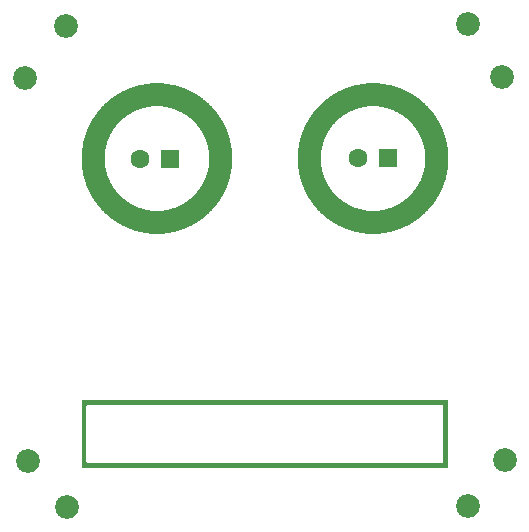
<source format=gts>
G04 MADE WITH FRITZING*
G04 WWW.FRITZING.ORG*
G04 DOUBLE SIDED*
G04 HOLES PLATED*
G04 CONTOUR ON CENTER OF CONTOUR VECTOR*
%ASAXBY*%
%FSLAX23Y23*%
%MOIN*%
%OFA0B0*%
%SFA1.0B1.0*%
%ADD10C,0.062992*%
%ADD11C,0.079370*%
%ADD12R,0.062992X0.062992*%
%ADD13R,0.001000X0.001000*%
%LNCOPPER1*%
G90*
G70*
G54D10*
X1291Y1244D03*
X1193Y1244D03*
X566Y1241D03*
X467Y1241D03*
G54D11*
X1560Y84D03*
X81Y1513D03*
X222Y80D03*
X1558Y1690D03*
X220Y1686D03*
X1671Y1516D03*
X1681Y239D03*
X91Y236D03*
G54D12*
X1291Y1244D03*
X566Y1241D03*
G54D13*
X522Y1494D02*
X523Y1494D01*
X1243Y1494D02*
X1243Y1494D01*
X501Y1493D02*
X544Y1493D01*
X1221Y1493D02*
X1264Y1493D01*
X492Y1492D02*
X553Y1492D01*
X1212Y1492D02*
X1274Y1492D01*
X484Y1491D02*
X561Y1491D01*
X1204Y1491D02*
X1281Y1491D01*
X479Y1490D02*
X566Y1490D01*
X1199Y1490D02*
X1287Y1490D01*
X473Y1489D02*
X572Y1489D01*
X1193Y1489D02*
X1292Y1489D01*
X468Y1488D02*
X576Y1488D01*
X1189Y1488D02*
X1297Y1488D01*
X464Y1487D02*
X581Y1487D01*
X1185Y1487D02*
X1301Y1487D01*
X460Y1486D02*
X585Y1486D01*
X1180Y1486D02*
X1305Y1486D01*
X456Y1485D02*
X589Y1485D01*
X1177Y1485D02*
X1309Y1485D01*
X453Y1484D02*
X592Y1484D01*
X1173Y1484D02*
X1312Y1484D01*
X449Y1483D02*
X596Y1483D01*
X1170Y1483D02*
X1316Y1483D01*
X446Y1482D02*
X599Y1482D01*
X1167Y1482D02*
X1319Y1482D01*
X443Y1481D02*
X602Y1481D01*
X1164Y1481D02*
X1322Y1481D01*
X440Y1480D02*
X605Y1480D01*
X1161Y1480D02*
X1325Y1480D01*
X437Y1479D02*
X608Y1479D01*
X1158Y1479D02*
X1328Y1479D01*
X435Y1478D02*
X610Y1478D01*
X1155Y1478D02*
X1330Y1478D01*
X432Y1477D02*
X613Y1477D01*
X1153Y1477D02*
X1333Y1477D01*
X430Y1476D02*
X615Y1476D01*
X1150Y1476D02*
X1336Y1476D01*
X427Y1475D02*
X618Y1475D01*
X1148Y1475D02*
X1338Y1475D01*
X425Y1474D02*
X620Y1474D01*
X1145Y1474D02*
X1341Y1474D01*
X423Y1473D02*
X622Y1473D01*
X1143Y1473D02*
X1343Y1473D01*
X420Y1472D02*
X625Y1472D01*
X1141Y1472D02*
X1345Y1472D01*
X418Y1471D02*
X627Y1471D01*
X1138Y1471D02*
X1347Y1471D01*
X416Y1470D02*
X629Y1470D01*
X1136Y1470D02*
X1349Y1470D01*
X414Y1469D02*
X631Y1469D01*
X1134Y1469D02*
X1352Y1469D01*
X412Y1468D02*
X633Y1468D01*
X1132Y1468D02*
X1353Y1468D01*
X410Y1467D02*
X635Y1467D01*
X1130Y1467D02*
X1355Y1467D01*
X408Y1466D02*
X637Y1466D01*
X1128Y1466D02*
X1357Y1466D01*
X406Y1465D02*
X639Y1465D01*
X1126Y1465D02*
X1359Y1465D01*
X404Y1464D02*
X641Y1464D01*
X1124Y1464D02*
X1361Y1464D01*
X402Y1463D02*
X643Y1463D01*
X1123Y1463D02*
X1363Y1463D01*
X400Y1462D02*
X644Y1462D01*
X1121Y1462D02*
X1365Y1462D01*
X399Y1461D02*
X646Y1461D01*
X1119Y1461D02*
X1367Y1461D01*
X397Y1460D02*
X648Y1460D01*
X1117Y1460D02*
X1368Y1460D01*
X395Y1459D02*
X650Y1459D01*
X1116Y1459D02*
X1370Y1459D01*
X393Y1458D02*
X651Y1458D01*
X1114Y1458D02*
X1372Y1458D01*
X392Y1457D02*
X653Y1457D01*
X1112Y1457D02*
X1373Y1457D01*
X390Y1456D02*
X655Y1456D01*
X1111Y1456D02*
X1375Y1456D01*
X389Y1455D02*
X656Y1455D01*
X1109Y1455D02*
X1377Y1455D01*
X387Y1454D02*
X658Y1454D01*
X1108Y1454D02*
X1378Y1454D01*
X386Y1453D02*
X659Y1453D01*
X1106Y1453D02*
X1380Y1453D01*
X384Y1452D02*
X661Y1452D01*
X1104Y1452D02*
X1381Y1452D01*
X383Y1451D02*
X662Y1451D01*
X1103Y1451D02*
X1383Y1451D01*
X381Y1450D02*
X664Y1450D01*
X1101Y1450D02*
X1384Y1450D01*
X380Y1449D02*
X665Y1449D01*
X1100Y1449D02*
X1386Y1449D01*
X378Y1448D02*
X667Y1448D01*
X1099Y1448D02*
X1387Y1448D01*
X377Y1447D02*
X668Y1447D01*
X1097Y1447D02*
X1388Y1447D01*
X376Y1446D02*
X669Y1446D01*
X1096Y1446D02*
X1390Y1446D01*
X374Y1445D02*
X671Y1445D01*
X1094Y1445D02*
X1391Y1445D01*
X373Y1444D02*
X672Y1444D01*
X1093Y1444D02*
X1393Y1444D01*
X371Y1443D02*
X674Y1443D01*
X1092Y1443D02*
X1394Y1443D01*
X370Y1442D02*
X675Y1442D01*
X1091Y1442D02*
X1395Y1442D01*
X369Y1441D02*
X676Y1441D01*
X1089Y1441D02*
X1396Y1441D01*
X368Y1440D02*
X677Y1440D01*
X1088Y1440D02*
X1398Y1440D01*
X366Y1439D02*
X679Y1439D01*
X1087Y1439D02*
X1399Y1439D01*
X365Y1438D02*
X680Y1438D01*
X1085Y1438D02*
X1400Y1438D01*
X364Y1437D02*
X681Y1437D01*
X1084Y1437D02*
X1401Y1437D01*
X363Y1436D02*
X682Y1436D01*
X1083Y1436D02*
X1403Y1436D01*
X361Y1435D02*
X683Y1435D01*
X1082Y1435D02*
X1404Y1435D01*
X360Y1434D02*
X685Y1434D01*
X1081Y1434D02*
X1405Y1434D01*
X359Y1433D02*
X686Y1433D01*
X1080Y1433D02*
X1406Y1433D01*
X358Y1432D02*
X687Y1432D01*
X1078Y1432D02*
X1407Y1432D01*
X357Y1431D02*
X688Y1431D01*
X1077Y1431D02*
X1408Y1431D01*
X356Y1430D02*
X689Y1430D01*
X1076Y1430D02*
X1410Y1430D01*
X355Y1429D02*
X690Y1429D01*
X1075Y1429D02*
X1411Y1429D01*
X353Y1428D02*
X692Y1428D01*
X1074Y1428D02*
X1412Y1428D01*
X352Y1427D02*
X693Y1427D01*
X1073Y1427D02*
X1413Y1427D01*
X351Y1426D02*
X694Y1426D01*
X1072Y1426D02*
X1414Y1426D01*
X350Y1425D02*
X695Y1425D01*
X1071Y1425D02*
X1415Y1425D01*
X349Y1424D02*
X696Y1424D01*
X1070Y1424D02*
X1416Y1424D01*
X348Y1423D02*
X697Y1423D01*
X1069Y1423D02*
X1417Y1423D01*
X347Y1422D02*
X698Y1422D01*
X1068Y1422D02*
X1418Y1422D01*
X346Y1421D02*
X699Y1421D01*
X1066Y1421D02*
X1419Y1421D01*
X345Y1420D02*
X700Y1420D01*
X1065Y1420D02*
X1420Y1420D01*
X344Y1419D02*
X701Y1419D01*
X1065Y1419D02*
X1421Y1419D01*
X343Y1418D02*
X702Y1418D01*
X1064Y1418D02*
X1422Y1418D01*
X342Y1417D02*
X521Y1417D01*
X524Y1417D02*
X703Y1417D01*
X1063Y1417D02*
X1241Y1417D01*
X1245Y1417D02*
X1423Y1417D01*
X341Y1416D02*
X503Y1416D01*
X542Y1416D02*
X704Y1416D01*
X1062Y1416D02*
X1223Y1416D01*
X1262Y1416D02*
X1424Y1416D01*
X340Y1415D02*
X495Y1415D01*
X550Y1415D02*
X705Y1415D01*
X1061Y1415D02*
X1216Y1415D01*
X1270Y1415D02*
X1425Y1415D01*
X339Y1414D02*
X490Y1414D01*
X555Y1414D02*
X706Y1414D01*
X1060Y1414D02*
X1210Y1414D01*
X1276Y1414D02*
X1426Y1414D01*
X338Y1413D02*
X485Y1413D01*
X560Y1413D02*
X707Y1413D01*
X1059Y1413D02*
X1205Y1413D01*
X1280Y1413D02*
X1427Y1413D01*
X337Y1412D02*
X480Y1412D01*
X564Y1412D02*
X707Y1412D01*
X1058Y1412D02*
X1201Y1412D01*
X1285Y1412D02*
X1428Y1412D01*
X337Y1411D02*
X477Y1411D01*
X568Y1411D02*
X708Y1411D01*
X1057Y1411D02*
X1197Y1411D01*
X1289Y1411D02*
X1429Y1411D01*
X336Y1410D02*
X473Y1410D01*
X572Y1410D02*
X709Y1410D01*
X1056Y1410D02*
X1193Y1410D01*
X1292Y1410D02*
X1430Y1410D01*
X335Y1409D02*
X470Y1409D01*
X575Y1409D02*
X710Y1409D01*
X1055Y1409D02*
X1190Y1409D01*
X1296Y1409D02*
X1430Y1409D01*
X334Y1408D02*
X467Y1408D01*
X578Y1408D02*
X711Y1408D01*
X1054Y1408D02*
X1187Y1408D01*
X1299Y1408D02*
X1431Y1408D01*
X333Y1407D02*
X464Y1407D01*
X581Y1407D02*
X712Y1407D01*
X1053Y1407D02*
X1184Y1407D01*
X1302Y1407D02*
X1432Y1407D01*
X332Y1406D02*
X461Y1406D01*
X584Y1406D02*
X713Y1406D01*
X1053Y1406D02*
X1181Y1406D01*
X1304Y1406D02*
X1433Y1406D01*
X331Y1405D02*
X458Y1405D01*
X586Y1405D02*
X714Y1405D01*
X1052Y1405D02*
X1179Y1405D01*
X1307Y1405D02*
X1434Y1405D01*
X330Y1404D02*
X456Y1404D01*
X589Y1404D02*
X714Y1404D01*
X1051Y1404D02*
X1176Y1404D01*
X1309Y1404D02*
X1435Y1404D01*
X330Y1403D02*
X453Y1403D01*
X591Y1403D02*
X715Y1403D01*
X1050Y1403D02*
X1174Y1403D01*
X1312Y1403D02*
X1436Y1403D01*
X329Y1402D02*
X451Y1402D01*
X594Y1402D02*
X716Y1402D01*
X1049Y1402D02*
X1172Y1402D01*
X1314Y1402D02*
X1436Y1402D01*
X328Y1401D02*
X449Y1401D01*
X596Y1401D02*
X717Y1401D01*
X1048Y1401D02*
X1169Y1401D01*
X1316Y1401D02*
X1437Y1401D01*
X327Y1400D02*
X447Y1400D01*
X598Y1400D02*
X718Y1400D01*
X1048Y1400D02*
X1167Y1400D01*
X1318Y1400D02*
X1438Y1400D01*
X326Y1399D02*
X445Y1399D01*
X600Y1399D02*
X718Y1399D01*
X1047Y1399D02*
X1165Y1399D01*
X1320Y1399D02*
X1439Y1399D01*
X326Y1398D02*
X443Y1398D01*
X602Y1398D02*
X719Y1398D01*
X1046Y1398D02*
X1163Y1398D01*
X1322Y1398D02*
X1440Y1398D01*
X325Y1397D02*
X441Y1397D01*
X604Y1397D02*
X720Y1397D01*
X1045Y1397D02*
X1161Y1397D01*
X1324Y1397D02*
X1440Y1397D01*
X324Y1396D02*
X439Y1396D01*
X606Y1396D02*
X721Y1396D01*
X1044Y1396D02*
X1159Y1396D01*
X1326Y1396D02*
X1441Y1396D01*
X323Y1395D02*
X437Y1395D01*
X608Y1395D02*
X722Y1395D01*
X1044Y1395D02*
X1158Y1395D01*
X1328Y1395D02*
X1442Y1395D01*
X323Y1394D02*
X436Y1394D01*
X609Y1394D02*
X722Y1394D01*
X1043Y1394D02*
X1156Y1394D01*
X1330Y1394D02*
X1443Y1394D01*
X322Y1393D02*
X434Y1393D01*
X611Y1393D02*
X723Y1393D01*
X1042Y1393D02*
X1154Y1393D01*
X1331Y1393D02*
X1444Y1393D01*
X321Y1392D02*
X432Y1392D01*
X613Y1392D02*
X724Y1392D01*
X1041Y1392D02*
X1152Y1392D01*
X1333Y1392D02*
X1444Y1392D01*
X320Y1391D02*
X430Y1391D01*
X614Y1391D02*
X725Y1391D01*
X1041Y1391D02*
X1151Y1391D01*
X1335Y1391D02*
X1445Y1391D01*
X320Y1390D02*
X429Y1390D01*
X616Y1390D02*
X725Y1390D01*
X1040Y1390D02*
X1149Y1390D01*
X1336Y1390D02*
X1446Y1390D01*
X319Y1389D02*
X427Y1389D01*
X618Y1389D02*
X726Y1389D01*
X1039Y1389D02*
X1148Y1389D01*
X1338Y1389D02*
X1446Y1389D01*
X318Y1388D02*
X426Y1388D01*
X619Y1388D02*
X727Y1388D01*
X1039Y1388D02*
X1146Y1388D01*
X1339Y1388D02*
X1447Y1388D01*
X317Y1387D02*
X424Y1387D01*
X621Y1387D02*
X727Y1387D01*
X1038Y1387D02*
X1145Y1387D01*
X1341Y1387D02*
X1448Y1387D01*
X317Y1386D02*
X423Y1386D01*
X622Y1386D02*
X728Y1386D01*
X1037Y1386D02*
X1143Y1386D01*
X1342Y1386D02*
X1449Y1386D01*
X316Y1385D02*
X421Y1385D01*
X623Y1385D02*
X729Y1385D01*
X1036Y1385D02*
X1142Y1385D01*
X1344Y1385D02*
X1449Y1385D01*
X315Y1384D02*
X420Y1384D01*
X625Y1384D02*
X730Y1384D01*
X1036Y1384D02*
X1140Y1384D01*
X1345Y1384D02*
X1450Y1384D01*
X315Y1383D02*
X419Y1383D01*
X626Y1383D02*
X730Y1383D01*
X1035Y1383D02*
X1139Y1383D01*
X1347Y1383D02*
X1451Y1383D01*
X314Y1382D02*
X417Y1382D01*
X628Y1382D02*
X731Y1382D01*
X1034Y1382D02*
X1138Y1382D01*
X1348Y1382D02*
X1451Y1382D01*
X313Y1381D02*
X416Y1381D01*
X629Y1381D02*
X732Y1381D01*
X1034Y1381D02*
X1136Y1381D01*
X1349Y1381D02*
X1452Y1381D01*
X313Y1380D02*
X415Y1380D01*
X630Y1380D02*
X732Y1380D01*
X1033Y1380D02*
X1135Y1380D01*
X1351Y1380D02*
X1453Y1380D01*
X312Y1379D02*
X413Y1379D01*
X631Y1379D02*
X733Y1379D01*
X1032Y1379D02*
X1134Y1379D01*
X1352Y1379D02*
X1453Y1379D01*
X311Y1378D02*
X412Y1378D01*
X633Y1378D02*
X734Y1378D01*
X1032Y1378D02*
X1133Y1378D01*
X1353Y1378D02*
X1454Y1378D01*
X311Y1377D02*
X411Y1377D01*
X634Y1377D02*
X734Y1377D01*
X1031Y1377D02*
X1131Y1377D01*
X1354Y1377D02*
X1455Y1377D01*
X310Y1376D02*
X410Y1376D01*
X635Y1376D02*
X735Y1376D01*
X1031Y1376D02*
X1130Y1376D01*
X1355Y1376D02*
X1455Y1376D01*
X309Y1375D02*
X409Y1375D01*
X636Y1375D02*
X735Y1375D01*
X1030Y1375D02*
X1129Y1375D01*
X1357Y1375D02*
X1456Y1375D01*
X309Y1374D02*
X408Y1374D01*
X637Y1374D02*
X736Y1374D01*
X1029Y1374D02*
X1128Y1374D01*
X1358Y1374D02*
X1456Y1374D01*
X308Y1373D02*
X406Y1373D01*
X639Y1373D02*
X737Y1373D01*
X1029Y1373D02*
X1127Y1373D01*
X1359Y1373D02*
X1457Y1373D01*
X308Y1372D02*
X405Y1372D01*
X640Y1372D02*
X737Y1372D01*
X1028Y1372D02*
X1126Y1372D01*
X1360Y1372D02*
X1458Y1372D01*
X307Y1371D02*
X404Y1371D01*
X641Y1371D02*
X738Y1371D01*
X1027Y1371D02*
X1125Y1371D01*
X1361Y1371D02*
X1458Y1371D01*
X306Y1370D02*
X403Y1370D01*
X642Y1370D02*
X738Y1370D01*
X1027Y1370D02*
X1123Y1370D01*
X1362Y1370D02*
X1459Y1370D01*
X306Y1369D02*
X402Y1369D01*
X643Y1369D02*
X739Y1369D01*
X1026Y1369D02*
X1122Y1369D01*
X1363Y1369D02*
X1459Y1369D01*
X305Y1368D02*
X401Y1368D01*
X644Y1368D02*
X740Y1368D01*
X1026Y1368D02*
X1121Y1368D01*
X1364Y1368D02*
X1460Y1368D01*
X305Y1367D02*
X400Y1367D01*
X645Y1367D02*
X740Y1367D01*
X1025Y1367D02*
X1120Y1367D01*
X1365Y1367D02*
X1461Y1367D01*
X304Y1366D02*
X399Y1366D01*
X646Y1366D02*
X741Y1366D01*
X1025Y1366D02*
X1119Y1366D01*
X1366Y1366D02*
X1461Y1366D01*
X304Y1365D02*
X398Y1365D01*
X647Y1365D02*
X741Y1365D01*
X1024Y1365D02*
X1118Y1365D01*
X1367Y1365D02*
X1462Y1365D01*
X303Y1364D02*
X397Y1364D01*
X648Y1364D02*
X742Y1364D01*
X1023Y1364D02*
X1117Y1364D01*
X1368Y1364D02*
X1462Y1364D01*
X302Y1363D02*
X396Y1363D01*
X649Y1363D02*
X742Y1363D01*
X1023Y1363D02*
X1116Y1363D01*
X1369Y1363D02*
X1463Y1363D01*
X302Y1362D02*
X395Y1362D01*
X650Y1362D02*
X743Y1362D01*
X1022Y1362D02*
X1115Y1362D01*
X1370Y1362D02*
X1463Y1362D01*
X301Y1361D02*
X394Y1361D01*
X651Y1361D02*
X744Y1361D01*
X1022Y1361D02*
X1114Y1361D01*
X1371Y1361D02*
X1464Y1361D01*
X301Y1360D02*
X393Y1360D01*
X652Y1360D02*
X744Y1360D01*
X1021Y1360D02*
X1114Y1360D01*
X1372Y1360D02*
X1464Y1360D01*
X300Y1359D02*
X392Y1359D01*
X653Y1359D02*
X745Y1359D01*
X1021Y1359D02*
X1113Y1359D01*
X1373Y1359D02*
X1465Y1359D01*
X300Y1358D02*
X391Y1358D01*
X653Y1358D02*
X745Y1358D01*
X1020Y1358D02*
X1112Y1358D01*
X1374Y1358D02*
X1465Y1358D01*
X299Y1357D02*
X391Y1357D01*
X654Y1357D02*
X746Y1357D01*
X1020Y1357D02*
X1111Y1357D01*
X1375Y1357D02*
X1466Y1357D01*
X299Y1356D02*
X390Y1356D01*
X655Y1356D02*
X746Y1356D01*
X1019Y1356D02*
X1110Y1356D01*
X1376Y1356D02*
X1466Y1356D01*
X298Y1355D02*
X389Y1355D01*
X656Y1355D02*
X747Y1355D01*
X1019Y1355D02*
X1109Y1355D01*
X1376Y1355D02*
X1467Y1355D01*
X298Y1354D02*
X388Y1354D01*
X657Y1354D02*
X747Y1354D01*
X1018Y1354D02*
X1108Y1354D01*
X1377Y1354D02*
X1467Y1354D01*
X297Y1353D02*
X387Y1353D01*
X658Y1353D02*
X748Y1353D01*
X1018Y1353D02*
X1107Y1353D01*
X1378Y1353D02*
X1468Y1353D01*
X297Y1352D02*
X386Y1352D01*
X659Y1352D02*
X748Y1352D01*
X1017Y1352D02*
X1107Y1352D01*
X1379Y1352D02*
X1469Y1352D01*
X296Y1351D02*
X386Y1351D01*
X659Y1351D02*
X749Y1351D01*
X1017Y1351D02*
X1106Y1351D01*
X1380Y1351D02*
X1469Y1351D01*
X296Y1350D02*
X385Y1350D01*
X660Y1350D02*
X749Y1350D01*
X1016Y1350D02*
X1105Y1350D01*
X1381Y1350D02*
X1469Y1350D01*
X295Y1349D02*
X384Y1349D01*
X661Y1349D02*
X750Y1349D01*
X1016Y1349D02*
X1104Y1349D01*
X1381Y1349D02*
X1470Y1349D01*
X295Y1348D02*
X383Y1348D01*
X662Y1348D02*
X750Y1348D01*
X1015Y1348D02*
X1104Y1348D01*
X1382Y1348D02*
X1470Y1348D01*
X294Y1347D02*
X382Y1347D01*
X662Y1347D02*
X750Y1347D01*
X1015Y1347D02*
X1103Y1347D01*
X1383Y1347D02*
X1471Y1347D01*
X294Y1346D02*
X382Y1346D01*
X663Y1346D02*
X751Y1346D01*
X1014Y1346D02*
X1102Y1346D01*
X1384Y1346D02*
X1471Y1346D01*
X294Y1345D02*
X381Y1345D01*
X664Y1345D02*
X751Y1345D01*
X1014Y1345D02*
X1101Y1345D01*
X1384Y1345D02*
X1472Y1345D01*
X293Y1344D02*
X380Y1344D01*
X665Y1344D02*
X752Y1344D01*
X1014Y1344D02*
X1101Y1344D01*
X1385Y1344D02*
X1472Y1344D01*
X293Y1343D02*
X380Y1343D01*
X665Y1343D02*
X752Y1343D01*
X1013Y1343D02*
X1100Y1343D01*
X1386Y1343D02*
X1473Y1343D01*
X292Y1342D02*
X379Y1342D01*
X666Y1342D02*
X753Y1342D01*
X1013Y1342D02*
X1099Y1342D01*
X1386Y1342D02*
X1473Y1342D01*
X292Y1341D02*
X378Y1341D01*
X667Y1341D02*
X753Y1341D01*
X1012Y1341D02*
X1099Y1341D01*
X1387Y1341D02*
X1474Y1341D01*
X291Y1340D02*
X377Y1340D01*
X667Y1340D02*
X754Y1340D01*
X1012Y1340D02*
X1098Y1340D01*
X1388Y1340D02*
X1474Y1340D01*
X291Y1339D02*
X377Y1339D01*
X668Y1339D02*
X754Y1339D01*
X1011Y1339D02*
X1097Y1339D01*
X1388Y1339D02*
X1474Y1339D01*
X291Y1338D02*
X376Y1338D01*
X669Y1338D02*
X754Y1338D01*
X1011Y1338D02*
X1097Y1338D01*
X1389Y1338D02*
X1475Y1338D01*
X290Y1337D02*
X376Y1337D01*
X669Y1337D02*
X755Y1337D01*
X1011Y1337D02*
X1096Y1337D01*
X1390Y1337D02*
X1475Y1337D01*
X290Y1336D02*
X375Y1336D01*
X670Y1336D02*
X755Y1336D01*
X1010Y1336D02*
X1095Y1336D01*
X1390Y1336D02*
X1476Y1336D01*
X289Y1335D02*
X374Y1335D01*
X671Y1335D02*
X756Y1335D01*
X1010Y1335D02*
X1095Y1335D01*
X1391Y1335D02*
X1476Y1335D01*
X289Y1334D02*
X374Y1334D01*
X671Y1334D02*
X756Y1334D01*
X1009Y1334D02*
X1094Y1334D01*
X1392Y1334D02*
X1476Y1334D01*
X289Y1333D02*
X373Y1333D01*
X672Y1333D02*
X756Y1333D01*
X1009Y1333D02*
X1093Y1333D01*
X1392Y1333D02*
X1477Y1333D01*
X288Y1332D02*
X372Y1332D01*
X673Y1332D02*
X757Y1332D01*
X1009Y1332D02*
X1093Y1332D01*
X1393Y1332D02*
X1477Y1332D01*
X288Y1331D02*
X372Y1331D01*
X673Y1331D02*
X757Y1331D01*
X1008Y1331D02*
X1092Y1331D01*
X1393Y1331D02*
X1477Y1331D01*
X287Y1330D02*
X371Y1330D01*
X674Y1330D02*
X758Y1330D01*
X1008Y1330D02*
X1092Y1330D01*
X1394Y1330D02*
X1478Y1330D01*
X287Y1329D02*
X371Y1329D01*
X674Y1329D02*
X758Y1329D01*
X1007Y1329D02*
X1091Y1329D01*
X1395Y1329D02*
X1478Y1329D01*
X287Y1328D02*
X370Y1328D01*
X675Y1328D02*
X758Y1328D01*
X1007Y1328D02*
X1090Y1328D01*
X1395Y1328D02*
X1479Y1328D01*
X286Y1327D02*
X370Y1327D01*
X675Y1327D02*
X759Y1327D01*
X1007Y1327D02*
X1090Y1327D01*
X1396Y1327D02*
X1479Y1327D01*
X286Y1326D02*
X369Y1326D01*
X676Y1326D02*
X759Y1326D01*
X1006Y1326D02*
X1089Y1326D01*
X1396Y1326D02*
X1479Y1326D01*
X286Y1325D02*
X368Y1325D01*
X677Y1325D02*
X759Y1325D01*
X1006Y1325D02*
X1089Y1325D01*
X1397Y1325D02*
X1480Y1325D01*
X285Y1324D02*
X368Y1324D01*
X677Y1324D02*
X760Y1324D01*
X1006Y1324D02*
X1088Y1324D01*
X1397Y1324D02*
X1480Y1324D01*
X285Y1323D02*
X367Y1323D01*
X678Y1323D02*
X760Y1323D01*
X1005Y1323D02*
X1088Y1323D01*
X1398Y1323D02*
X1480Y1323D01*
X285Y1322D02*
X367Y1322D01*
X678Y1322D02*
X760Y1322D01*
X1005Y1322D02*
X1087Y1322D01*
X1398Y1322D02*
X1481Y1322D01*
X284Y1321D02*
X366Y1321D01*
X679Y1321D02*
X761Y1321D01*
X1005Y1321D02*
X1087Y1321D01*
X1399Y1321D02*
X1481Y1321D01*
X284Y1320D02*
X366Y1320D01*
X679Y1320D02*
X761Y1320D01*
X1004Y1320D02*
X1086Y1320D01*
X1399Y1320D02*
X1481Y1320D01*
X284Y1319D02*
X365Y1319D01*
X680Y1319D02*
X761Y1319D01*
X1004Y1319D02*
X1086Y1319D01*
X1400Y1319D02*
X1482Y1319D01*
X283Y1318D02*
X365Y1318D01*
X680Y1318D02*
X762Y1318D01*
X1004Y1318D02*
X1085Y1318D01*
X1400Y1318D02*
X1482Y1318D01*
X283Y1317D02*
X364Y1317D01*
X681Y1317D02*
X762Y1317D01*
X1003Y1317D02*
X1085Y1317D01*
X1401Y1317D02*
X1482Y1317D01*
X283Y1316D02*
X364Y1316D01*
X681Y1316D02*
X762Y1316D01*
X1003Y1316D02*
X1084Y1316D01*
X1401Y1316D02*
X1483Y1316D01*
X282Y1315D02*
X363Y1315D01*
X681Y1315D02*
X763Y1315D01*
X1003Y1315D02*
X1084Y1315D01*
X1402Y1315D02*
X1483Y1315D01*
X282Y1314D02*
X363Y1314D01*
X682Y1314D02*
X763Y1314D01*
X1002Y1314D02*
X1083Y1314D01*
X1402Y1314D02*
X1483Y1314D01*
X282Y1313D02*
X363Y1313D01*
X682Y1313D02*
X763Y1313D01*
X1002Y1313D02*
X1083Y1313D01*
X1403Y1313D02*
X1483Y1313D01*
X282Y1312D02*
X362Y1312D01*
X683Y1312D02*
X763Y1312D01*
X1002Y1312D02*
X1082Y1312D01*
X1403Y1312D02*
X1484Y1312D01*
X281Y1311D02*
X362Y1311D01*
X683Y1311D02*
X764Y1311D01*
X1002Y1311D02*
X1082Y1311D01*
X1404Y1311D02*
X1484Y1311D01*
X281Y1310D02*
X361Y1310D01*
X684Y1310D02*
X764Y1310D01*
X1001Y1310D02*
X1082Y1310D01*
X1404Y1310D02*
X1484Y1310D01*
X281Y1309D02*
X361Y1309D01*
X684Y1309D02*
X764Y1309D01*
X1001Y1309D02*
X1081Y1309D01*
X1404Y1309D02*
X1485Y1309D01*
X280Y1308D02*
X360Y1308D01*
X684Y1308D02*
X765Y1308D01*
X1001Y1308D02*
X1081Y1308D01*
X1405Y1308D02*
X1485Y1308D01*
X280Y1307D02*
X360Y1307D01*
X685Y1307D02*
X765Y1307D01*
X1001Y1307D02*
X1080Y1307D01*
X1405Y1307D02*
X1485Y1307D01*
X280Y1306D02*
X360Y1306D01*
X685Y1306D02*
X765Y1306D01*
X1000Y1306D02*
X1080Y1306D01*
X1406Y1306D02*
X1485Y1306D01*
X280Y1305D02*
X359Y1305D01*
X686Y1305D02*
X765Y1305D01*
X1000Y1305D02*
X1080Y1305D01*
X1406Y1305D02*
X1486Y1305D01*
X279Y1304D02*
X359Y1304D01*
X686Y1304D02*
X766Y1304D01*
X1000Y1304D02*
X1079Y1304D01*
X1406Y1304D02*
X1486Y1304D01*
X279Y1303D02*
X358Y1303D01*
X686Y1303D02*
X766Y1303D01*
X1000Y1303D02*
X1079Y1303D01*
X1407Y1303D02*
X1486Y1303D01*
X279Y1302D02*
X358Y1302D01*
X687Y1302D02*
X766Y1302D01*
X999Y1302D02*
X1078Y1302D01*
X1407Y1302D02*
X1486Y1302D01*
X279Y1301D02*
X358Y1301D01*
X687Y1301D02*
X766Y1301D01*
X999Y1301D02*
X1078Y1301D01*
X1408Y1301D02*
X1487Y1301D01*
X278Y1300D02*
X357Y1300D01*
X687Y1300D02*
X767Y1300D01*
X999Y1300D02*
X1078Y1300D01*
X1408Y1300D02*
X1487Y1300D01*
X278Y1299D02*
X357Y1299D01*
X688Y1299D02*
X767Y1299D01*
X999Y1299D02*
X1077Y1299D01*
X1408Y1299D02*
X1487Y1299D01*
X278Y1298D02*
X357Y1298D01*
X688Y1298D02*
X767Y1298D01*
X998Y1298D02*
X1077Y1298D01*
X1409Y1298D02*
X1487Y1298D01*
X278Y1297D02*
X356Y1297D01*
X689Y1297D02*
X767Y1297D01*
X998Y1297D02*
X1077Y1297D01*
X1409Y1297D02*
X1488Y1297D01*
X277Y1296D02*
X356Y1296D01*
X689Y1296D02*
X767Y1296D01*
X998Y1296D02*
X1076Y1296D01*
X1409Y1296D02*
X1488Y1296D01*
X277Y1295D02*
X356Y1295D01*
X689Y1295D02*
X768Y1295D01*
X998Y1295D02*
X1076Y1295D01*
X1410Y1295D02*
X1488Y1295D01*
X277Y1294D02*
X355Y1294D01*
X689Y1294D02*
X768Y1294D01*
X997Y1294D02*
X1076Y1294D01*
X1410Y1294D02*
X1488Y1294D01*
X277Y1293D02*
X355Y1293D01*
X690Y1293D02*
X768Y1293D01*
X997Y1293D02*
X1076Y1293D01*
X1410Y1293D02*
X1488Y1293D01*
X277Y1292D02*
X355Y1292D01*
X690Y1292D02*
X768Y1292D01*
X997Y1292D02*
X1075Y1292D01*
X1410Y1292D02*
X1489Y1292D01*
X276Y1291D02*
X355Y1291D01*
X690Y1291D02*
X768Y1291D01*
X997Y1291D02*
X1075Y1291D01*
X1411Y1291D02*
X1489Y1291D01*
X276Y1290D02*
X354Y1290D01*
X691Y1290D02*
X769Y1290D01*
X997Y1290D02*
X1075Y1290D01*
X1411Y1290D02*
X1489Y1290D01*
X276Y1289D02*
X354Y1289D01*
X691Y1289D02*
X769Y1289D01*
X997Y1289D02*
X1074Y1289D01*
X1411Y1289D02*
X1489Y1289D01*
X276Y1288D02*
X354Y1288D01*
X691Y1288D02*
X769Y1288D01*
X996Y1288D02*
X1074Y1288D01*
X1412Y1288D02*
X1489Y1288D01*
X276Y1287D02*
X353Y1287D01*
X691Y1287D02*
X769Y1287D01*
X996Y1287D02*
X1074Y1287D01*
X1412Y1287D02*
X1490Y1287D01*
X276Y1286D02*
X353Y1286D01*
X692Y1286D02*
X769Y1286D01*
X996Y1286D02*
X1074Y1286D01*
X1412Y1286D02*
X1490Y1286D01*
X275Y1285D02*
X353Y1285D01*
X692Y1285D02*
X770Y1285D01*
X996Y1285D02*
X1073Y1285D01*
X1412Y1285D02*
X1490Y1285D01*
X275Y1284D02*
X353Y1284D01*
X692Y1284D02*
X770Y1284D01*
X996Y1284D02*
X1073Y1284D01*
X1413Y1284D02*
X1490Y1284D01*
X275Y1283D02*
X352Y1283D01*
X692Y1283D02*
X770Y1283D01*
X995Y1283D02*
X1073Y1283D01*
X1413Y1283D02*
X1490Y1283D01*
X275Y1282D02*
X352Y1282D01*
X693Y1282D02*
X770Y1282D01*
X995Y1282D02*
X1073Y1282D01*
X1413Y1282D02*
X1490Y1282D01*
X275Y1281D02*
X352Y1281D01*
X693Y1281D02*
X770Y1281D01*
X995Y1281D02*
X1072Y1281D01*
X1413Y1281D02*
X1491Y1281D01*
X275Y1280D02*
X352Y1280D01*
X693Y1280D02*
X770Y1280D01*
X995Y1280D02*
X1072Y1280D01*
X1414Y1280D02*
X1491Y1280D01*
X274Y1279D02*
X352Y1279D01*
X693Y1279D02*
X771Y1279D01*
X995Y1279D02*
X1072Y1279D01*
X1414Y1279D02*
X1491Y1279D01*
X274Y1278D02*
X351Y1278D01*
X694Y1278D02*
X771Y1278D01*
X995Y1278D02*
X1072Y1278D01*
X1414Y1278D02*
X1491Y1278D01*
X274Y1277D02*
X351Y1277D01*
X694Y1277D02*
X771Y1277D01*
X995Y1277D02*
X1072Y1277D01*
X1414Y1277D02*
X1491Y1277D01*
X274Y1276D02*
X351Y1276D01*
X694Y1276D02*
X771Y1276D01*
X994Y1276D02*
X1071Y1276D01*
X1414Y1276D02*
X1491Y1276D01*
X274Y1275D02*
X351Y1275D01*
X694Y1275D02*
X771Y1275D01*
X994Y1275D02*
X1071Y1275D01*
X1415Y1275D02*
X1491Y1275D01*
X274Y1274D02*
X351Y1274D01*
X694Y1274D02*
X771Y1274D01*
X994Y1274D02*
X1071Y1274D01*
X1415Y1274D02*
X1492Y1274D01*
X274Y1273D02*
X350Y1273D01*
X694Y1273D02*
X771Y1273D01*
X994Y1273D02*
X1071Y1273D01*
X1415Y1273D02*
X1492Y1273D01*
X274Y1272D02*
X350Y1272D01*
X695Y1272D02*
X771Y1272D01*
X994Y1272D02*
X1071Y1272D01*
X1415Y1272D02*
X1492Y1272D01*
X273Y1271D02*
X350Y1271D01*
X695Y1271D02*
X772Y1271D01*
X994Y1271D02*
X1070Y1271D01*
X1415Y1271D02*
X1492Y1271D01*
X273Y1270D02*
X350Y1270D01*
X695Y1270D02*
X772Y1270D01*
X994Y1270D02*
X1070Y1270D01*
X1415Y1270D02*
X1492Y1270D01*
X273Y1269D02*
X350Y1269D01*
X695Y1269D02*
X772Y1269D01*
X994Y1269D02*
X1070Y1269D01*
X1416Y1269D02*
X1492Y1269D01*
X273Y1268D02*
X350Y1268D01*
X695Y1268D02*
X772Y1268D01*
X993Y1268D02*
X1070Y1268D01*
X1416Y1268D02*
X1492Y1268D01*
X273Y1267D02*
X349Y1267D01*
X695Y1267D02*
X772Y1267D01*
X993Y1267D02*
X1070Y1267D01*
X1416Y1267D02*
X1492Y1267D01*
X273Y1266D02*
X349Y1266D01*
X696Y1266D02*
X772Y1266D01*
X993Y1266D02*
X1070Y1266D01*
X1416Y1266D02*
X1492Y1266D01*
X273Y1265D02*
X349Y1265D01*
X696Y1265D02*
X772Y1265D01*
X993Y1265D02*
X1070Y1265D01*
X1416Y1265D02*
X1492Y1265D01*
X273Y1264D02*
X349Y1264D01*
X696Y1264D02*
X772Y1264D01*
X993Y1264D02*
X1069Y1264D01*
X1416Y1264D02*
X1493Y1264D01*
X273Y1263D02*
X349Y1263D01*
X696Y1263D02*
X772Y1263D01*
X993Y1263D02*
X1069Y1263D01*
X1416Y1263D02*
X1493Y1263D01*
X273Y1262D02*
X349Y1262D01*
X696Y1262D02*
X772Y1262D01*
X993Y1262D02*
X1069Y1262D01*
X1416Y1262D02*
X1493Y1262D01*
X272Y1261D02*
X349Y1261D01*
X696Y1261D02*
X772Y1261D01*
X993Y1261D02*
X1069Y1261D01*
X1417Y1261D02*
X1493Y1261D01*
X272Y1260D02*
X349Y1260D01*
X696Y1260D02*
X772Y1260D01*
X993Y1260D02*
X1069Y1260D01*
X1417Y1260D02*
X1493Y1260D01*
X272Y1259D02*
X349Y1259D01*
X696Y1259D02*
X773Y1259D01*
X993Y1259D02*
X1069Y1259D01*
X1417Y1259D02*
X1493Y1259D01*
X272Y1258D02*
X348Y1258D01*
X696Y1258D02*
X773Y1258D01*
X993Y1258D02*
X1069Y1258D01*
X1417Y1258D02*
X1493Y1258D01*
X272Y1257D02*
X348Y1257D01*
X697Y1257D02*
X773Y1257D01*
X993Y1257D02*
X1069Y1257D01*
X1417Y1257D02*
X1493Y1257D01*
X272Y1256D02*
X348Y1256D01*
X697Y1256D02*
X773Y1256D01*
X993Y1256D02*
X1069Y1256D01*
X1417Y1256D02*
X1493Y1256D01*
X272Y1255D02*
X348Y1255D01*
X697Y1255D02*
X773Y1255D01*
X992Y1255D02*
X1069Y1255D01*
X1417Y1255D02*
X1493Y1255D01*
X272Y1254D02*
X348Y1254D01*
X697Y1254D02*
X773Y1254D01*
X992Y1254D02*
X1069Y1254D01*
X1417Y1254D02*
X1493Y1254D01*
X272Y1253D02*
X348Y1253D01*
X697Y1253D02*
X773Y1253D01*
X992Y1253D02*
X1068Y1253D01*
X1417Y1253D02*
X1493Y1253D01*
X272Y1252D02*
X348Y1252D01*
X697Y1252D02*
X773Y1252D01*
X992Y1252D02*
X1068Y1252D01*
X1417Y1252D02*
X1493Y1252D01*
X272Y1251D02*
X348Y1251D01*
X697Y1251D02*
X773Y1251D01*
X992Y1251D02*
X1068Y1251D01*
X1417Y1251D02*
X1493Y1251D01*
X272Y1250D02*
X348Y1250D01*
X697Y1250D02*
X773Y1250D01*
X992Y1250D02*
X1068Y1250D01*
X1417Y1250D02*
X1493Y1250D01*
X272Y1249D02*
X348Y1249D01*
X697Y1249D02*
X773Y1249D01*
X992Y1249D02*
X1068Y1249D01*
X1417Y1249D02*
X1493Y1249D01*
X272Y1248D02*
X348Y1248D01*
X697Y1248D02*
X773Y1248D01*
X992Y1248D02*
X1068Y1248D01*
X1417Y1248D02*
X1493Y1248D01*
X272Y1247D02*
X348Y1247D01*
X697Y1247D02*
X773Y1247D01*
X992Y1247D02*
X1068Y1247D01*
X1417Y1247D02*
X1493Y1247D01*
X272Y1246D02*
X348Y1246D01*
X697Y1246D02*
X773Y1246D01*
X992Y1246D02*
X1068Y1246D01*
X1417Y1246D02*
X1493Y1246D01*
X272Y1245D02*
X348Y1245D01*
X697Y1245D02*
X773Y1245D01*
X992Y1245D02*
X1068Y1245D01*
X1417Y1245D02*
X1493Y1245D01*
X272Y1244D02*
X348Y1244D01*
X697Y1244D02*
X773Y1244D01*
X992Y1244D02*
X1068Y1244D01*
X1418Y1244D02*
X1493Y1244D01*
X272Y1243D02*
X348Y1243D01*
X697Y1243D02*
X773Y1243D01*
X992Y1243D02*
X1068Y1243D01*
X1418Y1243D02*
X1493Y1243D01*
X272Y1242D02*
X348Y1242D01*
X697Y1242D02*
X773Y1242D01*
X992Y1242D02*
X1068Y1242D01*
X1418Y1242D02*
X1493Y1242D01*
X272Y1241D02*
X348Y1241D01*
X697Y1241D02*
X773Y1241D01*
X992Y1241D02*
X1068Y1241D01*
X1417Y1241D02*
X1493Y1241D01*
X272Y1240D02*
X348Y1240D01*
X697Y1240D02*
X773Y1240D01*
X992Y1240D02*
X1068Y1240D01*
X1417Y1240D02*
X1493Y1240D01*
X272Y1239D02*
X348Y1239D01*
X697Y1239D02*
X773Y1239D01*
X992Y1239D02*
X1068Y1239D01*
X1417Y1239D02*
X1493Y1239D01*
X272Y1238D02*
X348Y1238D01*
X697Y1238D02*
X773Y1238D01*
X992Y1238D02*
X1068Y1238D01*
X1417Y1238D02*
X1493Y1238D01*
X272Y1237D02*
X348Y1237D01*
X697Y1237D02*
X773Y1237D01*
X992Y1237D02*
X1068Y1237D01*
X1417Y1237D02*
X1493Y1237D01*
X272Y1236D02*
X348Y1236D01*
X697Y1236D02*
X773Y1236D01*
X992Y1236D02*
X1068Y1236D01*
X1417Y1236D02*
X1493Y1236D01*
X272Y1235D02*
X348Y1235D01*
X697Y1235D02*
X773Y1235D01*
X992Y1235D02*
X1068Y1235D01*
X1417Y1235D02*
X1493Y1235D01*
X272Y1234D02*
X348Y1234D01*
X697Y1234D02*
X773Y1234D01*
X992Y1234D02*
X1068Y1234D01*
X1417Y1234D02*
X1493Y1234D01*
X272Y1233D02*
X348Y1233D01*
X697Y1233D02*
X773Y1233D01*
X992Y1233D02*
X1068Y1233D01*
X1417Y1233D02*
X1493Y1233D01*
X272Y1232D02*
X348Y1232D01*
X697Y1232D02*
X773Y1232D01*
X992Y1232D02*
X1068Y1232D01*
X1417Y1232D02*
X1493Y1232D01*
X272Y1231D02*
X348Y1231D01*
X697Y1231D02*
X773Y1231D01*
X992Y1231D02*
X1069Y1231D01*
X1417Y1231D02*
X1493Y1231D01*
X272Y1230D02*
X348Y1230D01*
X697Y1230D02*
X773Y1230D01*
X993Y1230D02*
X1069Y1230D01*
X1417Y1230D02*
X1493Y1230D01*
X272Y1229D02*
X348Y1229D01*
X697Y1229D02*
X773Y1229D01*
X993Y1229D02*
X1069Y1229D01*
X1417Y1229D02*
X1493Y1229D01*
X272Y1228D02*
X348Y1228D01*
X696Y1228D02*
X773Y1228D01*
X993Y1228D02*
X1069Y1228D01*
X1417Y1228D02*
X1493Y1228D01*
X272Y1227D02*
X349Y1227D01*
X696Y1227D02*
X773Y1227D01*
X993Y1227D02*
X1069Y1227D01*
X1417Y1227D02*
X1493Y1227D01*
X272Y1226D02*
X349Y1226D01*
X696Y1226D02*
X773Y1226D01*
X993Y1226D02*
X1069Y1226D01*
X1417Y1226D02*
X1493Y1226D01*
X272Y1225D02*
X349Y1225D01*
X696Y1225D02*
X772Y1225D01*
X993Y1225D02*
X1069Y1225D01*
X1417Y1225D02*
X1493Y1225D01*
X273Y1224D02*
X349Y1224D01*
X696Y1224D02*
X772Y1224D01*
X993Y1224D02*
X1069Y1224D01*
X1417Y1224D02*
X1493Y1224D01*
X273Y1223D02*
X349Y1223D01*
X696Y1223D02*
X772Y1223D01*
X993Y1223D02*
X1069Y1223D01*
X1416Y1223D02*
X1493Y1223D01*
X273Y1222D02*
X349Y1222D01*
X696Y1222D02*
X772Y1222D01*
X993Y1222D02*
X1069Y1222D01*
X1416Y1222D02*
X1493Y1222D01*
X273Y1221D02*
X349Y1221D01*
X696Y1221D02*
X772Y1221D01*
X993Y1221D02*
X1070Y1221D01*
X1416Y1221D02*
X1492Y1221D01*
X273Y1220D02*
X349Y1220D01*
X696Y1220D02*
X772Y1220D01*
X993Y1220D02*
X1070Y1220D01*
X1416Y1220D02*
X1492Y1220D01*
X273Y1219D02*
X349Y1219D01*
X695Y1219D02*
X772Y1219D01*
X993Y1219D02*
X1070Y1219D01*
X1416Y1219D02*
X1492Y1219D01*
X273Y1218D02*
X350Y1218D01*
X695Y1218D02*
X772Y1218D01*
X993Y1218D02*
X1070Y1218D01*
X1416Y1218D02*
X1492Y1218D01*
X273Y1217D02*
X350Y1217D01*
X695Y1217D02*
X772Y1217D01*
X994Y1217D02*
X1070Y1217D01*
X1416Y1217D02*
X1492Y1217D01*
X273Y1216D02*
X350Y1216D01*
X695Y1216D02*
X772Y1216D01*
X994Y1216D02*
X1070Y1216D01*
X1415Y1216D02*
X1492Y1216D01*
X273Y1215D02*
X350Y1215D01*
X695Y1215D02*
X772Y1215D01*
X994Y1215D02*
X1070Y1215D01*
X1415Y1215D02*
X1492Y1215D01*
X273Y1214D02*
X350Y1214D01*
X695Y1214D02*
X771Y1214D01*
X994Y1214D02*
X1071Y1214D01*
X1415Y1214D02*
X1492Y1214D01*
X274Y1213D02*
X350Y1213D01*
X695Y1213D02*
X771Y1213D01*
X994Y1213D02*
X1071Y1213D01*
X1415Y1213D02*
X1492Y1213D01*
X274Y1212D02*
X351Y1212D01*
X694Y1212D02*
X771Y1212D01*
X994Y1212D02*
X1071Y1212D01*
X1415Y1212D02*
X1492Y1212D01*
X274Y1211D02*
X351Y1211D01*
X694Y1211D02*
X771Y1211D01*
X994Y1211D02*
X1071Y1211D01*
X1415Y1211D02*
X1491Y1211D01*
X274Y1210D02*
X351Y1210D01*
X694Y1210D02*
X771Y1210D01*
X994Y1210D02*
X1071Y1210D01*
X1414Y1210D02*
X1491Y1210D01*
X274Y1209D02*
X351Y1209D01*
X694Y1209D02*
X771Y1209D01*
X995Y1209D02*
X1071Y1209D01*
X1414Y1209D02*
X1491Y1209D01*
X274Y1208D02*
X351Y1208D01*
X694Y1208D02*
X771Y1208D01*
X995Y1208D02*
X1072Y1208D01*
X1414Y1208D02*
X1491Y1208D01*
X274Y1207D02*
X351Y1207D01*
X693Y1207D02*
X771Y1207D01*
X995Y1207D02*
X1072Y1207D01*
X1414Y1207D02*
X1491Y1207D01*
X274Y1206D02*
X352Y1206D01*
X693Y1206D02*
X770Y1206D01*
X995Y1206D02*
X1072Y1206D01*
X1414Y1206D02*
X1491Y1206D01*
X275Y1205D02*
X352Y1205D01*
X693Y1205D02*
X770Y1205D01*
X995Y1205D02*
X1072Y1205D01*
X1413Y1205D02*
X1491Y1205D01*
X275Y1204D02*
X352Y1204D01*
X693Y1204D02*
X770Y1204D01*
X995Y1204D02*
X1073Y1204D01*
X1413Y1204D02*
X1490Y1204D01*
X275Y1203D02*
X352Y1203D01*
X693Y1203D02*
X770Y1203D01*
X995Y1203D02*
X1073Y1203D01*
X1413Y1203D02*
X1490Y1203D01*
X275Y1202D02*
X353Y1202D01*
X692Y1202D02*
X770Y1202D01*
X996Y1202D02*
X1073Y1202D01*
X1413Y1202D02*
X1490Y1202D01*
X275Y1201D02*
X353Y1201D01*
X692Y1201D02*
X770Y1201D01*
X996Y1201D02*
X1073Y1201D01*
X1412Y1201D02*
X1490Y1201D01*
X275Y1200D02*
X353Y1200D01*
X692Y1200D02*
X769Y1200D01*
X996Y1200D02*
X1073Y1200D01*
X1412Y1200D02*
X1490Y1200D01*
X276Y1199D02*
X353Y1199D01*
X692Y1199D02*
X769Y1199D01*
X996Y1199D02*
X1074Y1199D01*
X1412Y1199D02*
X1490Y1199D01*
X276Y1198D02*
X354Y1198D01*
X691Y1198D02*
X769Y1198D01*
X996Y1198D02*
X1074Y1198D01*
X1412Y1198D02*
X1489Y1198D01*
X276Y1197D02*
X354Y1197D01*
X691Y1197D02*
X769Y1197D01*
X996Y1197D02*
X1074Y1197D01*
X1411Y1197D02*
X1489Y1197D01*
X276Y1196D02*
X354Y1196D01*
X691Y1196D02*
X769Y1196D01*
X997Y1196D02*
X1075Y1196D01*
X1411Y1196D02*
X1489Y1196D01*
X276Y1195D02*
X354Y1195D01*
X690Y1195D02*
X769Y1195D01*
X997Y1195D02*
X1075Y1195D01*
X1411Y1195D02*
X1489Y1195D01*
X277Y1194D02*
X355Y1194D01*
X690Y1194D02*
X768Y1194D01*
X997Y1194D02*
X1075Y1194D01*
X1411Y1194D02*
X1489Y1194D01*
X277Y1193D02*
X355Y1193D01*
X690Y1193D02*
X768Y1193D01*
X997Y1193D02*
X1075Y1193D01*
X1410Y1193D02*
X1489Y1193D01*
X277Y1192D02*
X355Y1192D01*
X690Y1192D02*
X768Y1192D01*
X997Y1192D02*
X1076Y1192D01*
X1410Y1192D02*
X1488Y1192D01*
X277Y1191D02*
X356Y1191D01*
X689Y1191D02*
X768Y1191D01*
X998Y1191D02*
X1076Y1191D01*
X1410Y1191D02*
X1488Y1191D01*
X277Y1190D02*
X356Y1190D01*
X689Y1190D02*
X767Y1190D01*
X998Y1190D02*
X1076Y1190D01*
X1409Y1190D02*
X1488Y1190D01*
X278Y1189D02*
X356Y1189D01*
X689Y1189D02*
X767Y1189D01*
X998Y1189D02*
X1077Y1189D01*
X1409Y1189D02*
X1488Y1189D01*
X278Y1188D02*
X357Y1188D01*
X688Y1188D02*
X767Y1188D01*
X998Y1188D02*
X1077Y1188D01*
X1409Y1188D02*
X1487Y1188D01*
X278Y1187D02*
X357Y1187D01*
X688Y1187D02*
X767Y1187D01*
X999Y1187D02*
X1077Y1187D01*
X1408Y1187D02*
X1487Y1187D01*
X278Y1186D02*
X357Y1186D01*
X688Y1186D02*
X767Y1186D01*
X999Y1186D02*
X1078Y1186D01*
X1408Y1186D02*
X1487Y1186D01*
X279Y1185D02*
X358Y1185D01*
X687Y1185D02*
X766Y1185D01*
X999Y1185D02*
X1078Y1185D01*
X1408Y1185D02*
X1487Y1185D01*
X279Y1184D02*
X358Y1184D01*
X687Y1184D02*
X766Y1184D01*
X999Y1184D02*
X1078Y1184D01*
X1407Y1184D02*
X1486Y1184D01*
X279Y1183D02*
X358Y1183D01*
X687Y1183D02*
X766Y1183D01*
X999Y1183D02*
X1079Y1183D01*
X1407Y1183D02*
X1486Y1183D01*
X279Y1182D02*
X359Y1182D01*
X686Y1182D02*
X766Y1182D01*
X1000Y1182D02*
X1079Y1182D01*
X1407Y1182D02*
X1486Y1182D01*
X279Y1181D02*
X359Y1181D01*
X686Y1181D02*
X765Y1181D01*
X1000Y1181D02*
X1079Y1181D01*
X1406Y1181D02*
X1486Y1181D01*
X280Y1180D02*
X360Y1180D01*
X685Y1180D02*
X765Y1180D01*
X1000Y1180D02*
X1080Y1180D01*
X1406Y1180D02*
X1486Y1180D01*
X280Y1179D02*
X360Y1179D01*
X685Y1179D02*
X765Y1179D01*
X1000Y1179D02*
X1080Y1179D01*
X1405Y1179D02*
X1485Y1179D01*
X280Y1178D02*
X360Y1178D01*
X685Y1178D02*
X765Y1178D01*
X1001Y1178D02*
X1081Y1178D01*
X1405Y1178D02*
X1485Y1178D01*
X281Y1177D02*
X361Y1177D01*
X684Y1177D02*
X764Y1177D01*
X1001Y1177D02*
X1081Y1177D01*
X1405Y1177D02*
X1485Y1177D01*
X281Y1176D02*
X361Y1176D01*
X684Y1176D02*
X764Y1176D01*
X1001Y1176D02*
X1081Y1176D01*
X1404Y1176D02*
X1484Y1176D01*
X281Y1175D02*
X362Y1175D01*
X683Y1175D02*
X764Y1175D01*
X1002Y1175D02*
X1082Y1175D01*
X1404Y1175D02*
X1484Y1175D01*
X281Y1174D02*
X362Y1174D01*
X683Y1174D02*
X763Y1174D01*
X1002Y1174D02*
X1082Y1174D01*
X1403Y1174D02*
X1484Y1174D01*
X282Y1173D02*
X362Y1173D01*
X683Y1173D02*
X763Y1173D01*
X1002Y1173D02*
X1083Y1173D01*
X1403Y1173D02*
X1484Y1173D01*
X282Y1172D02*
X363Y1172D01*
X682Y1172D02*
X763Y1172D01*
X1002Y1172D02*
X1083Y1172D01*
X1402Y1172D02*
X1483Y1172D01*
X282Y1171D02*
X363Y1171D01*
X682Y1171D02*
X763Y1171D01*
X1003Y1171D02*
X1084Y1171D01*
X1402Y1171D02*
X1483Y1171D01*
X283Y1170D02*
X364Y1170D01*
X681Y1170D02*
X762Y1170D01*
X1003Y1170D02*
X1084Y1170D01*
X1402Y1170D02*
X1483Y1170D01*
X283Y1169D02*
X364Y1169D01*
X681Y1169D02*
X762Y1169D01*
X1003Y1169D02*
X1085Y1169D01*
X1401Y1169D02*
X1482Y1169D01*
X283Y1168D02*
X365Y1168D01*
X680Y1168D02*
X762Y1168D01*
X1004Y1168D02*
X1085Y1168D01*
X1401Y1168D02*
X1482Y1168D01*
X283Y1167D02*
X365Y1167D01*
X680Y1167D02*
X761Y1167D01*
X1004Y1167D02*
X1086Y1167D01*
X1400Y1167D02*
X1482Y1167D01*
X284Y1166D02*
X366Y1166D01*
X679Y1166D02*
X761Y1166D01*
X1004Y1166D02*
X1086Y1166D01*
X1400Y1166D02*
X1481Y1166D01*
X284Y1165D02*
X366Y1165D01*
X679Y1165D02*
X761Y1165D01*
X1005Y1165D02*
X1087Y1165D01*
X1399Y1165D02*
X1481Y1165D01*
X285Y1164D02*
X367Y1164D01*
X678Y1164D02*
X760Y1164D01*
X1005Y1164D02*
X1087Y1164D01*
X1399Y1164D02*
X1481Y1164D01*
X285Y1163D02*
X367Y1163D01*
X678Y1163D02*
X760Y1163D01*
X1005Y1163D02*
X1088Y1163D01*
X1398Y1163D02*
X1480Y1163D01*
X285Y1162D02*
X368Y1162D01*
X677Y1162D02*
X760Y1162D01*
X1006Y1162D02*
X1088Y1162D01*
X1398Y1162D02*
X1480Y1162D01*
X286Y1161D02*
X368Y1161D01*
X677Y1161D02*
X759Y1161D01*
X1006Y1161D02*
X1089Y1161D01*
X1397Y1161D02*
X1480Y1161D01*
X286Y1160D02*
X369Y1160D01*
X676Y1160D02*
X759Y1160D01*
X1006Y1160D02*
X1089Y1160D01*
X1397Y1160D02*
X1479Y1160D01*
X286Y1159D02*
X369Y1159D01*
X676Y1159D02*
X759Y1159D01*
X1007Y1159D02*
X1090Y1159D01*
X1396Y1159D02*
X1479Y1159D01*
X287Y1158D02*
X370Y1158D01*
X675Y1158D02*
X758Y1158D01*
X1007Y1158D02*
X1090Y1158D01*
X1395Y1158D02*
X1479Y1158D01*
X287Y1157D02*
X370Y1157D01*
X674Y1157D02*
X758Y1157D01*
X1007Y1157D02*
X1091Y1157D01*
X1395Y1157D02*
X1478Y1157D01*
X287Y1156D02*
X371Y1156D01*
X674Y1156D02*
X758Y1156D01*
X1008Y1156D02*
X1091Y1156D01*
X1394Y1156D02*
X1478Y1156D01*
X288Y1155D02*
X372Y1155D01*
X673Y1155D02*
X757Y1155D01*
X1008Y1155D02*
X1092Y1155D01*
X1394Y1155D02*
X1478Y1155D01*
X288Y1154D02*
X372Y1154D01*
X673Y1154D02*
X757Y1154D01*
X1008Y1154D02*
X1093Y1154D01*
X1393Y1154D02*
X1477Y1154D01*
X288Y1153D02*
X373Y1153D01*
X672Y1153D02*
X756Y1153D01*
X1009Y1153D02*
X1093Y1153D01*
X1393Y1153D02*
X1477Y1153D01*
X289Y1152D02*
X373Y1152D01*
X672Y1152D02*
X756Y1152D01*
X1009Y1152D02*
X1094Y1152D01*
X1392Y1152D02*
X1476Y1152D01*
X289Y1151D02*
X374Y1151D01*
X671Y1151D02*
X756Y1151D01*
X1010Y1151D02*
X1094Y1151D01*
X1391Y1151D02*
X1476Y1151D01*
X290Y1150D02*
X375Y1150D01*
X670Y1150D02*
X755Y1150D01*
X1010Y1150D02*
X1095Y1150D01*
X1391Y1150D02*
X1476Y1150D01*
X290Y1149D02*
X375Y1149D01*
X670Y1149D02*
X755Y1149D01*
X1010Y1149D02*
X1096Y1149D01*
X1390Y1149D02*
X1475Y1149D01*
X290Y1148D02*
X376Y1148D01*
X669Y1148D02*
X754Y1148D01*
X1011Y1148D02*
X1096Y1148D01*
X1389Y1148D02*
X1475Y1148D01*
X291Y1147D02*
X377Y1147D01*
X668Y1147D02*
X754Y1147D01*
X1011Y1147D02*
X1097Y1147D01*
X1389Y1147D02*
X1474Y1147D01*
X291Y1146D02*
X377Y1146D01*
X668Y1146D02*
X754Y1146D01*
X1012Y1146D02*
X1098Y1146D01*
X1388Y1146D02*
X1474Y1146D01*
X292Y1145D02*
X378Y1145D01*
X667Y1145D02*
X753Y1145D01*
X1012Y1145D02*
X1098Y1145D01*
X1387Y1145D02*
X1474Y1145D01*
X292Y1144D02*
X379Y1144D01*
X666Y1144D02*
X753Y1144D01*
X1012Y1144D02*
X1099Y1144D01*
X1387Y1144D02*
X1473Y1144D01*
X293Y1143D02*
X379Y1143D01*
X666Y1143D02*
X752Y1143D01*
X1013Y1143D02*
X1100Y1143D01*
X1386Y1143D02*
X1473Y1143D01*
X293Y1142D02*
X380Y1142D01*
X665Y1142D02*
X752Y1142D01*
X1013Y1142D02*
X1100Y1142D01*
X1385Y1142D02*
X1472Y1142D01*
X293Y1141D02*
X381Y1141D01*
X664Y1141D02*
X751Y1141D01*
X1014Y1141D02*
X1101Y1141D01*
X1385Y1141D02*
X1472Y1141D01*
X294Y1140D02*
X381Y1140D01*
X663Y1140D02*
X751Y1140D01*
X1014Y1140D02*
X1102Y1140D01*
X1384Y1140D02*
X1471Y1140D01*
X294Y1139D02*
X382Y1139D01*
X663Y1139D02*
X751Y1139D01*
X1015Y1139D02*
X1103Y1139D01*
X1383Y1139D02*
X1471Y1139D01*
X295Y1138D02*
X383Y1138D01*
X662Y1138D02*
X750Y1138D01*
X1015Y1138D02*
X1103Y1138D01*
X1382Y1138D02*
X1470Y1138D01*
X295Y1137D02*
X384Y1137D01*
X661Y1137D02*
X750Y1137D01*
X1016Y1137D02*
X1104Y1137D01*
X1382Y1137D02*
X1470Y1137D01*
X296Y1136D02*
X384Y1136D01*
X660Y1136D02*
X749Y1136D01*
X1016Y1136D02*
X1105Y1136D01*
X1381Y1136D02*
X1470Y1136D01*
X296Y1135D02*
X385Y1135D01*
X660Y1135D02*
X749Y1135D01*
X1017Y1135D02*
X1106Y1135D01*
X1380Y1135D02*
X1469Y1135D01*
X297Y1134D02*
X386Y1134D01*
X659Y1134D02*
X748Y1134D01*
X1017Y1134D02*
X1106Y1134D01*
X1379Y1134D02*
X1469Y1134D01*
X297Y1133D02*
X387Y1133D01*
X658Y1133D02*
X748Y1133D01*
X1018Y1133D02*
X1107Y1133D01*
X1378Y1133D02*
X1468Y1133D01*
X298Y1132D02*
X388Y1132D01*
X657Y1132D02*
X747Y1132D01*
X1018Y1132D02*
X1108Y1132D01*
X1378Y1132D02*
X1468Y1132D01*
X298Y1131D02*
X388Y1131D01*
X656Y1131D02*
X747Y1131D01*
X1019Y1131D02*
X1109Y1131D01*
X1377Y1131D02*
X1467Y1131D01*
X299Y1130D02*
X389Y1130D01*
X656Y1130D02*
X746Y1130D01*
X1019Y1130D02*
X1110Y1130D01*
X1376Y1130D02*
X1467Y1130D01*
X299Y1129D02*
X390Y1129D01*
X655Y1129D02*
X746Y1129D01*
X1020Y1129D02*
X1111Y1129D01*
X1375Y1129D02*
X1466Y1129D01*
X300Y1128D02*
X391Y1128D01*
X654Y1128D02*
X745Y1128D01*
X1020Y1128D02*
X1111Y1128D01*
X1374Y1128D02*
X1466Y1128D01*
X300Y1127D02*
X392Y1127D01*
X653Y1127D02*
X745Y1127D01*
X1021Y1127D02*
X1112Y1127D01*
X1373Y1127D02*
X1465Y1127D01*
X301Y1126D02*
X393Y1126D01*
X652Y1126D02*
X744Y1126D01*
X1021Y1126D02*
X1113Y1126D01*
X1372Y1126D02*
X1465Y1126D01*
X301Y1125D02*
X394Y1125D01*
X651Y1125D02*
X744Y1125D01*
X1022Y1125D02*
X1114Y1125D01*
X1372Y1125D02*
X1464Y1125D01*
X302Y1124D02*
X395Y1124D01*
X650Y1124D02*
X743Y1124D01*
X1022Y1124D02*
X1115Y1124D01*
X1371Y1124D02*
X1464Y1124D01*
X302Y1123D02*
X396Y1123D01*
X649Y1123D02*
X743Y1123D01*
X1023Y1123D02*
X1116Y1123D01*
X1370Y1123D02*
X1463Y1123D01*
X303Y1122D02*
X397Y1122D01*
X648Y1122D02*
X742Y1122D01*
X1023Y1122D02*
X1117Y1122D01*
X1369Y1122D02*
X1462Y1122D01*
X303Y1121D02*
X398Y1121D01*
X647Y1121D02*
X742Y1121D01*
X1024Y1121D02*
X1118Y1121D01*
X1368Y1121D02*
X1462Y1121D01*
X304Y1120D02*
X399Y1120D01*
X646Y1120D02*
X741Y1120D01*
X1024Y1120D02*
X1119Y1120D01*
X1367Y1120D02*
X1461Y1120D01*
X305Y1119D02*
X400Y1119D01*
X645Y1119D02*
X740Y1119D01*
X1025Y1119D02*
X1120Y1119D01*
X1366Y1119D02*
X1461Y1119D01*
X305Y1118D02*
X401Y1118D01*
X644Y1118D02*
X740Y1118D01*
X1026Y1118D02*
X1121Y1118D01*
X1365Y1118D02*
X1460Y1118D01*
X306Y1117D02*
X402Y1117D01*
X643Y1117D02*
X739Y1117D01*
X1026Y1117D02*
X1122Y1117D01*
X1364Y1117D02*
X1460Y1117D01*
X306Y1116D02*
X403Y1116D01*
X642Y1116D02*
X739Y1116D01*
X1027Y1116D02*
X1123Y1116D01*
X1363Y1116D02*
X1459Y1116D01*
X307Y1115D02*
X404Y1115D01*
X641Y1115D02*
X738Y1115D01*
X1027Y1115D02*
X1124Y1115D01*
X1362Y1115D02*
X1458Y1115D01*
X307Y1114D02*
X405Y1114D01*
X640Y1114D02*
X737Y1114D01*
X1028Y1114D02*
X1125Y1114D01*
X1360Y1114D02*
X1458Y1114D01*
X308Y1113D02*
X406Y1113D01*
X639Y1113D02*
X737Y1113D01*
X1028Y1113D02*
X1126Y1113D01*
X1359Y1113D02*
X1457Y1113D01*
X309Y1112D02*
X407Y1112D01*
X638Y1112D02*
X736Y1112D01*
X1029Y1112D02*
X1127Y1112D01*
X1358Y1112D02*
X1457Y1112D01*
X309Y1111D02*
X408Y1111D01*
X637Y1111D02*
X736Y1111D01*
X1030Y1111D02*
X1129Y1111D01*
X1357Y1111D02*
X1456Y1111D01*
X310Y1110D02*
X409Y1110D01*
X636Y1110D02*
X735Y1110D01*
X1030Y1110D02*
X1130Y1110D01*
X1356Y1110D02*
X1455Y1110D01*
X311Y1109D02*
X411Y1109D01*
X634Y1109D02*
X734Y1109D01*
X1031Y1109D02*
X1131Y1109D01*
X1355Y1109D02*
X1455Y1109D01*
X311Y1108D02*
X412Y1108D01*
X633Y1108D02*
X734Y1108D01*
X1032Y1108D02*
X1132Y1108D01*
X1354Y1108D02*
X1454Y1108D01*
X312Y1107D02*
X413Y1107D01*
X632Y1107D02*
X733Y1107D01*
X1032Y1107D02*
X1133Y1107D01*
X1352Y1107D02*
X1453Y1107D01*
X312Y1106D02*
X414Y1106D01*
X631Y1106D02*
X732Y1106D01*
X1033Y1106D02*
X1135Y1106D01*
X1351Y1106D02*
X1453Y1106D01*
X313Y1105D02*
X416Y1105D01*
X629Y1105D02*
X732Y1105D01*
X1034Y1105D02*
X1136Y1105D01*
X1350Y1105D02*
X1452Y1105D01*
X314Y1104D02*
X417Y1104D01*
X628Y1104D02*
X731Y1104D01*
X1034Y1104D02*
X1137Y1104D01*
X1348Y1104D02*
X1452Y1104D01*
X314Y1103D02*
X418Y1103D01*
X627Y1103D02*
X731Y1103D01*
X1035Y1103D02*
X1139Y1103D01*
X1347Y1103D02*
X1451Y1103D01*
X315Y1102D02*
X420Y1102D01*
X625Y1102D02*
X730Y1102D01*
X1035Y1102D02*
X1140Y1102D01*
X1346Y1102D02*
X1450Y1102D01*
X316Y1101D02*
X421Y1101D01*
X624Y1101D02*
X729Y1101D01*
X1036Y1101D02*
X1141Y1101D01*
X1344Y1101D02*
X1449Y1101D01*
X317Y1100D02*
X422Y1100D01*
X623Y1100D02*
X728Y1100D01*
X1037Y1100D02*
X1143Y1100D01*
X1343Y1100D02*
X1449Y1100D01*
X317Y1099D02*
X424Y1099D01*
X621Y1099D02*
X728Y1099D01*
X1038Y1099D02*
X1144Y1099D01*
X1342Y1099D02*
X1448Y1099D01*
X318Y1098D02*
X425Y1098D01*
X620Y1098D02*
X727Y1098D01*
X1038Y1098D02*
X1146Y1098D01*
X1340Y1098D02*
X1447Y1098D01*
X319Y1097D02*
X427Y1097D01*
X618Y1097D02*
X726Y1097D01*
X1039Y1097D02*
X1147Y1097D01*
X1339Y1097D02*
X1447Y1097D01*
X319Y1096D02*
X428Y1096D01*
X617Y1096D02*
X726Y1096D01*
X1040Y1096D02*
X1149Y1096D01*
X1337Y1096D02*
X1446Y1096D01*
X320Y1095D02*
X430Y1095D01*
X615Y1095D02*
X725Y1095D01*
X1040Y1095D02*
X1150Y1095D01*
X1335Y1095D02*
X1445Y1095D01*
X321Y1094D02*
X431Y1094D01*
X613Y1094D02*
X724Y1094D01*
X1041Y1094D02*
X1152Y1094D01*
X1334Y1094D02*
X1444Y1094D01*
X322Y1093D02*
X433Y1093D01*
X612Y1093D02*
X723Y1093D01*
X1042Y1093D02*
X1154Y1093D01*
X1332Y1093D02*
X1444Y1093D01*
X322Y1092D02*
X435Y1092D01*
X610Y1092D02*
X723Y1092D01*
X1043Y1092D02*
X1155Y1092D01*
X1330Y1092D02*
X1443Y1092D01*
X323Y1091D02*
X437Y1091D01*
X608Y1091D02*
X722Y1091D01*
X1043Y1091D02*
X1157Y1091D01*
X1329Y1091D02*
X1442Y1091D01*
X324Y1090D02*
X438Y1090D01*
X607Y1090D02*
X721Y1090D01*
X1044Y1090D02*
X1159Y1090D01*
X1327Y1090D02*
X1441Y1090D01*
X325Y1089D02*
X440Y1089D01*
X605Y1089D02*
X720Y1089D01*
X1045Y1089D02*
X1161Y1089D01*
X1325Y1089D02*
X1441Y1089D01*
X325Y1088D02*
X442Y1088D01*
X603Y1088D02*
X720Y1088D01*
X1046Y1088D02*
X1163Y1088D01*
X1323Y1088D02*
X1440Y1088D01*
X326Y1087D02*
X444Y1087D01*
X601Y1087D02*
X719Y1087D01*
X1047Y1087D02*
X1165Y1087D01*
X1321Y1087D02*
X1439Y1087D01*
X327Y1086D02*
X446Y1086D01*
X599Y1086D02*
X718Y1086D01*
X1047Y1086D02*
X1166Y1086D01*
X1319Y1086D02*
X1438Y1086D01*
X328Y1085D02*
X448Y1085D01*
X597Y1085D02*
X717Y1085D01*
X1048Y1085D02*
X1169Y1085D01*
X1317Y1085D02*
X1438Y1085D01*
X329Y1084D02*
X450Y1084D01*
X594Y1084D02*
X716Y1084D01*
X1049Y1084D02*
X1171Y1084D01*
X1315Y1084D02*
X1437Y1084D01*
X329Y1083D02*
X453Y1083D01*
X592Y1083D02*
X716Y1083D01*
X1050Y1083D02*
X1173Y1083D01*
X1313Y1083D02*
X1436Y1083D01*
X330Y1082D02*
X455Y1082D01*
X590Y1082D02*
X715Y1082D01*
X1051Y1082D02*
X1175Y1082D01*
X1310Y1082D02*
X1435Y1082D01*
X331Y1081D02*
X457Y1081D01*
X587Y1081D02*
X714Y1081D01*
X1051Y1081D02*
X1178Y1081D01*
X1308Y1081D02*
X1434Y1081D01*
X332Y1080D02*
X460Y1080D01*
X585Y1080D02*
X713Y1080D01*
X1052Y1080D02*
X1180Y1080D01*
X1305Y1080D02*
X1433Y1080D01*
X333Y1079D02*
X463Y1079D01*
X582Y1079D02*
X712Y1079D01*
X1053Y1079D02*
X1183Y1079D01*
X1303Y1079D02*
X1432Y1079D01*
X334Y1078D02*
X466Y1078D01*
X579Y1078D02*
X711Y1078D01*
X1054Y1078D02*
X1186Y1078D01*
X1300Y1078D02*
X1432Y1078D01*
X335Y1077D02*
X469Y1077D01*
X576Y1077D02*
X710Y1077D01*
X1055Y1077D02*
X1189Y1077D01*
X1297Y1077D02*
X1431Y1077D01*
X335Y1076D02*
X472Y1076D01*
X573Y1076D02*
X710Y1076D01*
X1056Y1076D02*
X1192Y1076D01*
X1294Y1076D02*
X1430Y1076D01*
X336Y1075D02*
X475Y1075D01*
X570Y1075D02*
X709Y1075D01*
X1057Y1075D02*
X1196Y1075D01*
X1290Y1075D02*
X1429Y1075D01*
X337Y1074D02*
X479Y1074D01*
X566Y1074D02*
X708Y1074D01*
X1058Y1074D02*
X1199Y1074D01*
X1286Y1074D02*
X1428Y1074D01*
X338Y1073D02*
X483Y1073D01*
X562Y1073D02*
X707Y1073D01*
X1058Y1073D02*
X1204Y1073D01*
X1282Y1073D02*
X1427Y1073D01*
X339Y1072D02*
X488Y1072D01*
X557Y1072D02*
X706Y1072D01*
X1059Y1072D02*
X1208Y1072D01*
X1278Y1072D02*
X1426Y1072D01*
X340Y1071D02*
X493Y1071D01*
X552Y1071D02*
X705Y1071D01*
X1060Y1071D02*
X1214Y1071D01*
X1272Y1071D02*
X1425Y1071D01*
X341Y1070D02*
X500Y1070D01*
X545Y1070D02*
X704Y1070D01*
X1061Y1070D02*
X1220Y1070D01*
X1265Y1070D02*
X1424Y1070D01*
X342Y1069D02*
X511Y1069D01*
X534Y1069D02*
X703Y1069D01*
X1062Y1069D02*
X1231Y1069D01*
X1255Y1069D02*
X1423Y1069D01*
X343Y1068D02*
X702Y1068D01*
X1063Y1068D02*
X1422Y1068D01*
X344Y1067D02*
X701Y1067D01*
X1064Y1067D02*
X1421Y1067D01*
X345Y1066D02*
X700Y1066D01*
X1065Y1066D02*
X1420Y1066D01*
X346Y1065D02*
X699Y1065D01*
X1066Y1065D02*
X1420Y1065D01*
X347Y1064D02*
X698Y1064D01*
X1067Y1064D02*
X1418Y1064D01*
X348Y1063D02*
X697Y1063D01*
X1068Y1063D02*
X1417Y1063D01*
X349Y1062D02*
X696Y1062D01*
X1069Y1062D02*
X1416Y1062D01*
X350Y1061D02*
X695Y1061D01*
X1070Y1061D02*
X1415Y1061D01*
X351Y1060D02*
X694Y1060D01*
X1071Y1060D02*
X1414Y1060D01*
X352Y1059D02*
X693Y1059D01*
X1072Y1059D02*
X1413Y1059D01*
X353Y1058D02*
X692Y1058D01*
X1073Y1058D02*
X1412Y1058D01*
X354Y1057D02*
X691Y1057D01*
X1075Y1057D02*
X1411Y1057D01*
X355Y1056D02*
X690Y1056D01*
X1076Y1056D02*
X1410Y1056D01*
X356Y1055D02*
X688Y1055D01*
X1077Y1055D02*
X1409Y1055D01*
X358Y1054D02*
X687Y1054D01*
X1078Y1054D02*
X1408Y1054D01*
X359Y1053D02*
X686Y1053D01*
X1079Y1053D02*
X1407Y1053D01*
X360Y1052D02*
X685Y1052D01*
X1080Y1052D02*
X1405Y1052D01*
X361Y1051D02*
X684Y1051D01*
X1081Y1051D02*
X1404Y1051D01*
X362Y1050D02*
X683Y1050D01*
X1083Y1050D02*
X1403Y1050D01*
X363Y1049D02*
X682Y1049D01*
X1084Y1049D02*
X1402Y1049D01*
X365Y1048D02*
X680Y1048D01*
X1085Y1048D02*
X1401Y1048D01*
X366Y1047D02*
X679Y1047D01*
X1086Y1047D02*
X1399Y1047D01*
X367Y1046D02*
X678Y1046D01*
X1088Y1046D02*
X1398Y1046D01*
X368Y1045D02*
X676Y1045D01*
X1089Y1045D02*
X1397Y1045D01*
X370Y1044D02*
X675Y1044D01*
X1090Y1044D02*
X1396Y1044D01*
X371Y1043D02*
X674Y1043D01*
X1091Y1043D02*
X1394Y1043D01*
X372Y1042D02*
X673Y1042D01*
X1093Y1042D02*
X1393Y1042D01*
X374Y1041D02*
X671Y1041D01*
X1094Y1041D02*
X1392Y1041D01*
X375Y1040D02*
X670Y1040D01*
X1095Y1040D02*
X1390Y1040D01*
X376Y1039D02*
X668Y1039D01*
X1097Y1039D02*
X1389Y1039D01*
X378Y1038D02*
X667Y1038D01*
X1098Y1038D02*
X1387Y1038D01*
X379Y1037D02*
X666Y1037D01*
X1100Y1037D02*
X1386Y1037D01*
X381Y1036D02*
X664Y1036D01*
X1101Y1036D02*
X1385Y1036D01*
X382Y1035D02*
X663Y1035D01*
X1102Y1035D02*
X1383Y1035D01*
X384Y1034D02*
X661Y1034D01*
X1104Y1034D02*
X1382Y1034D01*
X385Y1033D02*
X660Y1033D01*
X1106Y1033D02*
X1380Y1033D01*
X387Y1032D02*
X658Y1032D01*
X1107Y1032D02*
X1379Y1032D01*
X388Y1031D02*
X657Y1031D01*
X1109Y1031D02*
X1377Y1031D01*
X390Y1030D02*
X655Y1030D01*
X1110Y1030D02*
X1375Y1030D01*
X391Y1029D02*
X654Y1029D01*
X1112Y1029D02*
X1374Y1029D01*
X393Y1028D02*
X652Y1028D01*
X1113Y1028D02*
X1372Y1028D01*
X395Y1027D02*
X650Y1027D01*
X1115Y1027D02*
X1371Y1027D01*
X396Y1026D02*
X649Y1026D01*
X1117Y1026D02*
X1369Y1026D01*
X398Y1025D02*
X647Y1025D01*
X1119Y1025D02*
X1367Y1025D01*
X400Y1024D02*
X645Y1024D01*
X1120Y1024D02*
X1365Y1024D01*
X402Y1023D02*
X643Y1023D01*
X1122Y1023D02*
X1364Y1023D01*
X403Y1022D02*
X642Y1022D01*
X1124Y1022D02*
X1362Y1022D01*
X405Y1021D02*
X640Y1021D01*
X1126Y1021D02*
X1360Y1021D01*
X407Y1020D02*
X638Y1020D01*
X1128Y1020D02*
X1358Y1020D01*
X409Y1019D02*
X636Y1019D01*
X1130Y1019D02*
X1356Y1019D01*
X411Y1018D02*
X634Y1018D01*
X1132Y1018D02*
X1354Y1018D01*
X413Y1017D02*
X632Y1017D01*
X1133Y1017D02*
X1352Y1017D01*
X415Y1016D02*
X630Y1016D01*
X1136Y1016D02*
X1350Y1016D01*
X417Y1015D02*
X628Y1015D01*
X1138Y1015D02*
X1348Y1015D01*
X420Y1014D02*
X625Y1014D01*
X1140Y1014D02*
X1346Y1014D01*
X422Y1013D02*
X623Y1013D01*
X1142Y1013D02*
X1343Y1013D01*
X424Y1012D02*
X621Y1012D01*
X1144Y1012D02*
X1341Y1012D01*
X426Y1011D02*
X619Y1011D01*
X1147Y1011D02*
X1339Y1011D01*
X429Y1010D02*
X616Y1010D01*
X1149Y1010D02*
X1336Y1010D01*
X431Y1009D02*
X613Y1009D01*
X1152Y1009D02*
X1334Y1009D01*
X434Y1008D02*
X611Y1008D01*
X1154Y1008D02*
X1331Y1008D01*
X436Y1007D02*
X608Y1007D01*
X1157Y1007D02*
X1329Y1007D01*
X439Y1006D02*
X606Y1006D01*
X1160Y1006D02*
X1326Y1006D01*
X442Y1005D02*
X603Y1005D01*
X1163Y1005D02*
X1323Y1005D01*
X445Y1004D02*
X600Y1004D01*
X1166Y1004D02*
X1320Y1004D01*
X448Y1003D02*
X597Y1003D01*
X1169Y1003D02*
X1317Y1003D01*
X452Y1002D02*
X593Y1002D01*
X1172Y1002D02*
X1314Y1002D01*
X455Y1001D02*
X590Y1001D01*
X1176Y1001D02*
X1310Y1001D01*
X459Y1000D02*
X586Y1000D01*
X1179Y1000D02*
X1306Y1000D01*
X463Y999D02*
X582Y999D01*
X1183Y999D02*
X1302Y999D01*
X467Y998D02*
X578Y998D01*
X1187Y998D02*
X1298Y998D01*
X471Y997D02*
X574Y997D01*
X1192Y997D02*
X1294Y997D01*
X477Y996D02*
X568Y996D01*
X1197Y996D02*
X1289Y996D01*
X482Y995D02*
X563Y995D01*
X1203Y995D02*
X1283Y995D01*
X489Y994D02*
X556Y994D01*
X1209Y994D02*
X1276Y994D01*
X497Y993D02*
X548Y993D01*
X1217Y993D02*
X1268Y993D01*
X510Y992D02*
X535Y992D01*
X1230Y992D02*
X1255Y992D01*
X272Y438D02*
X1493Y438D01*
X272Y437D02*
X1493Y437D01*
X272Y436D02*
X1493Y436D01*
X272Y435D02*
X1493Y435D01*
X272Y434D02*
X1493Y434D01*
X272Y433D02*
X1493Y433D01*
X272Y432D02*
X1493Y432D01*
X272Y431D02*
X1493Y431D01*
X272Y430D02*
X1493Y430D01*
X272Y429D02*
X1493Y429D01*
X272Y428D02*
X1493Y428D01*
X272Y427D02*
X1493Y427D01*
X272Y426D02*
X1493Y426D01*
X272Y425D02*
X1493Y425D01*
X272Y424D02*
X1493Y424D01*
X272Y423D02*
X1493Y423D01*
X272Y422D02*
X292Y422D01*
X1473Y422D02*
X1493Y422D01*
X272Y421D02*
X290Y421D01*
X1475Y421D02*
X1493Y421D01*
X272Y420D02*
X289Y420D01*
X1476Y420D02*
X1493Y420D01*
X272Y419D02*
X288Y419D01*
X1477Y419D02*
X1493Y419D01*
X272Y418D02*
X288Y418D01*
X1478Y418D02*
X1493Y418D01*
X272Y417D02*
X287Y417D01*
X1478Y417D02*
X1493Y417D01*
X272Y416D02*
X287Y416D01*
X1478Y416D02*
X1493Y416D01*
X272Y415D02*
X287Y415D01*
X1478Y415D02*
X1493Y415D01*
X272Y414D02*
X287Y414D01*
X1478Y414D02*
X1493Y414D01*
X272Y413D02*
X287Y413D01*
X1478Y413D02*
X1493Y413D01*
X272Y412D02*
X287Y412D01*
X1478Y412D02*
X1493Y412D01*
X272Y411D02*
X287Y411D01*
X1478Y411D02*
X1493Y411D01*
X272Y410D02*
X287Y410D01*
X1478Y410D02*
X1493Y410D01*
X272Y409D02*
X287Y409D01*
X1478Y409D02*
X1493Y409D01*
X272Y408D02*
X287Y408D01*
X1478Y408D02*
X1493Y408D01*
X272Y407D02*
X287Y407D01*
X1478Y407D02*
X1493Y407D01*
X272Y406D02*
X287Y406D01*
X1478Y406D02*
X1493Y406D01*
X272Y405D02*
X287Y405D01*
X1478Y405D02*
X1493Y405D01*
X272Y404D02*
X287Y404D01*
X1478Y404D02*
X1493Y404D01*
X272Y403D02*
X287Y403D01*
X1478Y403D02*
X1493Y403D01*
X272Y402D02*
X287Y402D01*
X1478Y402D02*
X1493Y402D01*
X272Y401D02*
X287Y401D01*
X1478Y401D02*
X1493Y401D01*
X272Y400D02*
X287Y400D01*
X1478Y400D02*
X1493Y400D01*
X272Y399D02*
X287Y399D01*
X1478Y399D02*
X1493Y399D01*
X272Y398D02*
X287Y398D01*
X1478Y398D02*
X1493Y398D01*
X272Y397D02*
X287Y397D01*
X1478Y397D02*
X1493Y397D01*
X272Y396D02*
X287Y396D01*
X1478Y396D02*
X1493Y396D01*
X272Y395D02*
X287Y395D01*
X1478Y395D02*
X1493Y395D01*
X272Y394D02*
X287Y394D01*
X1478Y394D02*
X1493Y394D01*
X272Y393D02*
X287Y393D01*
X1478Y393D02*
X1493Y393D01*
X272Y392D02*
X287Y392D01*
X1478Y392D02*
X1493Y392D01*
X272Y391D02*
X287Y391D01*
X1478Y391D02*
X1493Y391D01*
X272Y390D02*
X287Y390D01*
X1478Y390D02*
X1493Y390D01*
X272Y389D02*
X287Y389D01*
X1478Y389D02*
X1493Y389D01*
X272Y388D02*
X287Y388D01*
X1478Y388D02*
X1493Y388D01*
X272Y387D02*
X287Y387D01*
X1478Y387D02*
X1493Y387D01*
X272Y386D02*
X287Y386D01*
X1478Y386D02*
X1493Y386D01*
X272Y385D02*
X287Y385D01*
X1478Y385D02*
X1493Y385D01*
X272Y384D02*
X287Y384D01*
X1478Y384D02*
X1493Y384D01*
X272Y383D02*
X287Y383D01*
X1478Y383D02*
X1493Y383D01*
X272Y382D02*
X287Y382D01*
X1478Y382D02*
X1493Y382D01*
X272Y381D02*
X287Y381D01*
X1478Y381D02*
X1493Y381D01*
X272Y380D02*
X287Y380D01*
X1478Y380D02*
X1493Y380D01*
X272Y379D02*
X287Y379D01*
X1478Y379D02*
X1493Y379D01*
X272Y378D02*
X287Y378D01*
X1478Y378D02*
X1493Y378D01*
X272Y377D02*
X287Y377D01*
X1478Y377D02*
X1493Y377D01*
X272Y376D02*
X287Y376D01*
X1478Y376D02*
X1493Y376D01*
X272Y375D02*
X287Y375D01*
X1478Y375D02*
X1493Y375D01*
X272Y374D02*
X287Y374D01*
X1478Y374D02*
X1493Y374D01*
X272Y373D02*
X287Y373D01*
X1478Y373D02*
X1493Y373D01*
X272Y372D02*
X287Y372D01*
X1478Y372D02*
X1493Y372D01*
X272Y371D02*
X287Y371D01*
X1478Y371D02*
X1493Y371D01*
X272Y370D02*
X287Y370D01*
X1478Y370D02*
X1493Y370D01*
X272Y369D02*
X287Y369D01*
X1478Y369D02*
X1493Y369D01*
X272Y368D02*
X287Y368D01*
X1478Y368D02*
X1493Y368D01*
X272Y367D02*
X287Y367D01*
X1478Y367D02*
X1493Y367D01*
X272Y366D02*
X287Y366D01*
X1478Y366D02*
X1493Y366D01*
X272Y365D02*
X287Y365D01*
X1478Y365D02*
X1493Y365D01*
X272Y364D02*
X287Y364D01*
X1478Y364D02*
X1493Y364D01*
X272Y363D02*
X287Y363D01*
X1478Y363D02*
X1493Y363D01*
X272Y362D02*
X287Y362D01*
X1478Y362D02*
X1493Y362D01*
X272Y361D02*
X287Y361D01*
X1478Y361D02*
X1493Y361D01*
X272Y360D02*
X287Y360D01*
X1478Y360D02*
X1493Y360D01*
X272Y359D02*
X287Y359D01*
X1478Y359D02*
X1493Y359D01*
X272Y358D02*
X287Y358D01*
X1478Y358D02*
X1493Y358D01*
X272Y357D02*
X287Y357D01*
X1478Y357D02*
X1493Y357D01*
X272Y356D02*
X287Y356D01*
X1478Y356D02*
X1493Y356D01*
X272Y355D02*
X287Y355D01*
X1478Y355D02*
X1493Y355D01*
X272Y354D02*
X287Y354D01*
X1478Y354D02*
X1493Y354D01*
X272Y353D02*
X287Y353D01*
X1478Y353D02*
X1493Y353D01*
X272Y352D02*
X287Y352D01*
X1478Y352D02*
X1493Y352D01*
X272Y351D02*
X287Y351D01*
X1478Y351D02*
X1493Y351D01*
X272Y350D02*
X287Y350D01*
X1478Y350D02*
X1493Y350D01*
X272Y349D02*
X287Y349D01*
X1478Y349D02*
X1493Y349D01*
X272Y348D02*
X287Y348D01*
X1478Y348D02*
X1493Y348D01*
X272Y347D02*
X287Y347D01*
X1478Y347D02*
X1493Y347D01*
X272Y346D02*
X287Y346D01*
X1478Y346D02*
X1493Y346D01*
X272Y345D02*
X287Y345D01*
X1478Y345D02*
X1493Y345D01*
X272Y344D02*
X287Y344D01*
X1478Y344D02*
X1493Y344D01*
X272Y343D02*
X287Y343D01*
X1478Y343D02*
X1493Y343D01*
X272Y342D02*
X287Y342D01*
X1478Y342D02*
X1493Y342D01*
X272Y341D02*
X287Y341D01*
X1478Y341D02*
X1493Y341D01*
X272Y340D02*
X287Y340D01*
X1478Y340D02*
X1493Y340D01*
X272Y339D02*
X287Y339D01*
X1478Y339D02*
X1493Y339D01*
X272Y338D02*
X287Y338D01*
X1478Y338D02*
X1493Y338D01*
X272Y337D02*
X287Y337D01*
X1478Y337D02*
X1493Y337D01*
X272Y336D02*
X287Y336D01*
X1478Y336D02*
X1493Y336D01*
X272Y335D02*
X287Y335D01*
X1478Y335D02*
X1493Y335D01*
X272Y334D02*
X287Y334D01*
X1478Y334D02*
X1493Y334D01*
X272Y333D02*
X287Y333D01*
X1478Y333D02*
X1493Y333D01*
X272Y332D02*
X287Y332D01*
X1478Y332D02*
X1493Y332D01*
X272Y331D02*
X287Y331D01*
X1478Y331D02*
X1493Y331D01*
X272Y330D02*
X287Y330D01*
X1478Y330D02*
X1493Y330D01*
X272Y329D02*
X287Y329D01*
X1478Y329D02*
X1493Y329D01*
X272Y328D02*
X287Y328D01*
X1478Y328D02*
X1493Y328D01*
X272Y327D02*
X287Y327D01*
X1478Y327D02*
X1493Y327D01*
X272Y326D02*
X287Y326D01*
X1478Y326D02*
X1493Y326D01*
X272Y325D02*
X287Y325D01*
X1478Y325D02*
X1493Y325D01*
X272Y324D02*
X287Y324D01*
X1478Y324D02*
X1493Y324D01*
X272Y323D02*
X287Y323D01*
X1478Y323D02*
X1493Y323D01*
X272Y322D02*
X287Y322D01*
X1478Y322D02*
X1493Y322D01*
X272Y321D02*
X287Y321D01*
X1478Y321D02*
X1493Y321D01*
X272Y320D02*
X287Y320D01*
X1478Y320D02*
X1493Y320D01*
X272Y319D02*
X287Y319D01*
X1478Y319D02*
X1493Y319D01*
X272Y318D02*
X287Y318D01*
X1478Y318D02*
X1493Y318D01*
X272Y317D02*
X287Y317D01*
X1478Y317D02*
X1493Y317D01*
X272Y316D02*
X287Y316D01*
X1478Y316D02*
X1493Y316D01*
X272Y315D02*
X287Y315D01*
X1478Y315D02*
X1493Y315D01*
X272Y314D02*
X287Y314D01*
X1478Y314D02*
X1493Y314D01*
X272Y313D02*
X287Y313D01*
X1478Y313D02*
X1493Y313D01*
X272Y312D02*
X287Y312D01*
X1478Y312D02*
X1493Y312D01*
X272Y311D02*
X287Y311D01*
X1478Y311D02*
X1493Y311D01*
X272Y310D02*
X287Y310D01*
X1478Y310D02*
X1493Y310D01*
X272Y309D02*
X287Y309D01*
X1478Y309D02*
X1493Y309D01*
X272Y308D02*
X287Y308D01*
X1478Y308D02*
X1493Y308D01*
X272Y307D02*
X287Y307D01*
X1478Y307D02*
X1493Y307D01*
X272Y306D02*
X287Y306D01*
X1478Y306D02*
X1493Y306D01*
X272Y305D02*
X287Y305D01*
X1478Y305D02*
X1493Y305D01*
X272Y304D02*
X287Y304D01*
X1478Y304D02*
X1493Y304D01*
X272Y303D02*
X287Y303D01*
X1478Y303D02*
X1493Y303D01*
X272Y302D02*
X287Y302D01*
X1478Y302D02*
X1493Y302D01*
X272Y301D02*
X287Y301D01*
X1478Y301D02*
X1493Y301D01*
X272Y300D02*
X287Y300D01*
X1478Y300D02*
X1493Y300D01*
X272Y299D02*
X287Y299D01*
X1478Y299D02*
X1493Y299D01*
X272Y298D02*
X287Y298D01*
X1478Y298D02*
X1493Y298D01*
X272Y297D02*
X287Y297D01*
X1478Y297D02*
X1493Y297D01*
X272Y296D02*
X287Y296D01*
X1478Y296D02*
X1493Y296D01*
X272Y295D02*
X287Y295D01*
X1478Y295D02*
X1493Y295D01*
X272Y294D02*
X287Y294D01*
X1478Y294D02*
X1493Y294D01*
X272Y293D02*
X287Y293D01*
X1478Y293D02*
X1493Y293D01*
X272Y292D02*
X287Y292D01*
X1478Y292D02*
X1493Y292D01*
X272Y291D02*
X287Y291D01*
X1478Y291D02*
X1493Y291D01*
X272Y290D02*
X287Y290D01*
X1478Y290D02*
X1493Y290D01*
X272Y289D02*
X287Y289D01*
X1478Y289D02*
X1493Y289D01*
X272Y288D02*
X287Y288D01*
X1478Y288D02*
X1493Y288D01*
X272Y287D02*
X287Y287D01*
X1478Y287D02*
X1493Y287D01*
X272Y286D02*
X287Y286D01*
X1478Y286D02*
X1493Y286D01*
X272Y285D02*
X287Y285D01*
X1478Y285D02*
X1493Y285D01*
X272Y284D02*
X287Y284D01*
X1478Y284D02*
X1493Y284D01*
X272Y283D02*
X287Y283D01*
X1478Y283D02*
X1493Y283D01*
X272Y282D02*
X287Y282D01*
X1478Y282D02*
X1493Y282D01*
X272Y281D02*
X287Y281D01*
X1478Y281D02*
X1493Y281D01*
X272Y280D02*
X287Y280D01*
X1478Y280D02*
X1493Y280D01*
X272Y279D02*
X287Y279D01*
X1478Y279D02*
X1493Y279D01*
X272Y278D02*
X287Y278D01*
X1478Y278D02*
X1493Y278D01*
X272Y277D02*
X287Y277D01*
X1478Y277D02*
X1493Y277D01*
X272Y276D02*
X287Y276D01*
X1478Y276D02*
X1493Y276D01*
X272Y275D02*
X287Y275D01*
X1478Y275D02*
X1493Y275D01*
X272Y274D02*
X287Y274D01*
X1478Y274D02*
X1493Y274D01*
X272Y273D02*
X287Y273D01*
X1478Y273D02*
X1493Y273D01*
X272Y272D02*
X287Y272D01*
X1478Y272D02*
X1493Y272D01*
X272Y271D02*
X287Y271D01*
X1478Y271D02*
X1493Y271D01*
X272Y270D02*
X287Y270D01*
X1478Y270D02*
X1493Y270D01*
X272Y269D02*
X287Y269D01*
X1478Y269D02*
X1493Y269D01*
X272Y268D02*
X287Y268D01*
X1478Y268D02*
X1493Y268D01*
X272Y267D02*
X287Y267D01*
X1478Y267D02*
X1493Y267D01*
X272Y266D02*
X287Y266D01*
X1478Y266D02*
X1493Y266D01*
X272Y265D02*
X287Y265D01*
X1478Y265D02*
X1493Y265D01*
X272Y264D02*
X287Y264D01*
X1478Y264D02*
X1493Y264D01*
X272Y263D02*
X287Y263D01*
X1478Y263D02*
X1493Y263D01*
X272Y262D02*
X287Y262D01*
X1478Y262D02*
X1493Y262D01*
X272Y261D02*
X287Y261D01*
X1478Y261D02*
X1493Y261D01*
X272Y260D02*
X287Y260D01*
X1478Y260D02*
X1493Y260D01*
X272Y259D02*
X287Y259D01*
X1478Y259D02*
X1493Y259D01*
X272Y258D02*
X287Y258D01*
X1478Y258D02*
X1493Y258D01*
X272Y257D02*
X287Y257D01*
X1478Y257D02*
X1493Y257D01*
X272Y256D02*
X287Y256D01*
X1478Y256D02*
X1493Y256D01*
X272Y255D02*
X287Y255D01*
X1478Y255D02*
X1493Y255D01*
X272Y254D02*
X287Y254D01*
X1478Y254D02*
X1493Y254D01*
X272Y253D02*
X287Y253D01*
X1478Y253D02*
X1493Y253D01*
X272Y252D02*
X287Y252D01*
X1478Y252D02*
X1493Y252D01*
X272Y251D02*
X287Y251D01*
X1478Y251D02*
X1493Y251D01*
X272Y250D02*
X287Y250D01*
X1478Y250D02*
X1493Y250D01*
X272Y249D02*
X287Y249D01*
X1478Y249D02*
X1493Y249D01*
X272Y248D02*
X287Y248D01*
X1478Y248D02*
X1493Y248D01*
X272Y247D02*
X287Y247D01*
X1478Y247D02*
X1493Y247D01*
X272Y246D02*
X287Y246D01*
X1478Y246D02*
X1493Y246D01*
X272Y245D02*
X287Y245D01*
X1478Y245D02*
X1493Y245D01*
X272Y244D02*
X287Y244D01*
X1478Y244D02*
X1493Y244D01*
X272Y243D02*
X287Y243D01*
X1478Y243D02*
X1493Y243D01*
X272Y242D02*
X287Y242D01*
X1478Y242D02*
X1493Y242D01*
X272Y241D02*
X287Y241D01*
X1478Y241D02*
X1493Y241D01*
X272Y240D02*
X287Y240D01*
X1478Y240D02*
X1493Y240D01*
X272Y239D02*
X287Y239D01*
X1478Y239D02*
X1493Y239D01*
X272Y238D02*
X287Y238D01*
X1478Y238D02*
X1493Y238D01*
X272Y237D02*
X287Y237D01*
X1478Y237D02*
X1493Y237D01*
X272Y236D02*
X287Y236D01*
X1478Y236D02*
X1493Y236D01*
X272Y235D02*
X287Y235D01*
X1478Y235D02*
X1493Y235D01*
X272Y234D02*
X287Y234D01*
X1478Y234D02*
X1493Y234D01*
X272Y233D02*
X287Y233D01*
X1478Y233D02*
X1493Y233D01*
X272Y232D02*
X288Y232D01*
X1477Y232D02*
X1493Y232D01*
X272Y231D02*
X288Y231D01*
X1477Y231D02*
X1493Y231D01*
X272Y230D02*
X289Y230D01*
X1476Y230D02*
X1493Y230D01*
X272Y229D02*
X290Y229D01*
X1475Y229D02*
X1493Y229D01*
X272Y228D02*
X1493Y228D01*
X272Y227D02*
X1493Y227D01*
X272Y226D02*
X1493Y226D01*
X272Y225D02*
X1493Y225D01*
X272Y224D02*
X1493Y224D01*
X272Y223D02*
X1493Y223D01*
X272Y222D02*
X1493Y222D01*
X272Y221D02*
X1493Y221D01*
X272Y220D02*
X1493Y220D01*
X272Y219D02*
X1493Y219D01*
X272Y218D02*
X1493Y218D01*
X272Y217D02*
X1493Y217D01*
X272Y216D02*
X1493Y216D01*
X272Y215D02*
X1493Y215D01*
X272Y214D02*
X1493Y214D01*
X272Y213D02*
X1493Y213D01*
X272Y212D02*
X1493Y212D01*
D02*
G04 End of Copper1*
M02*
</source>
